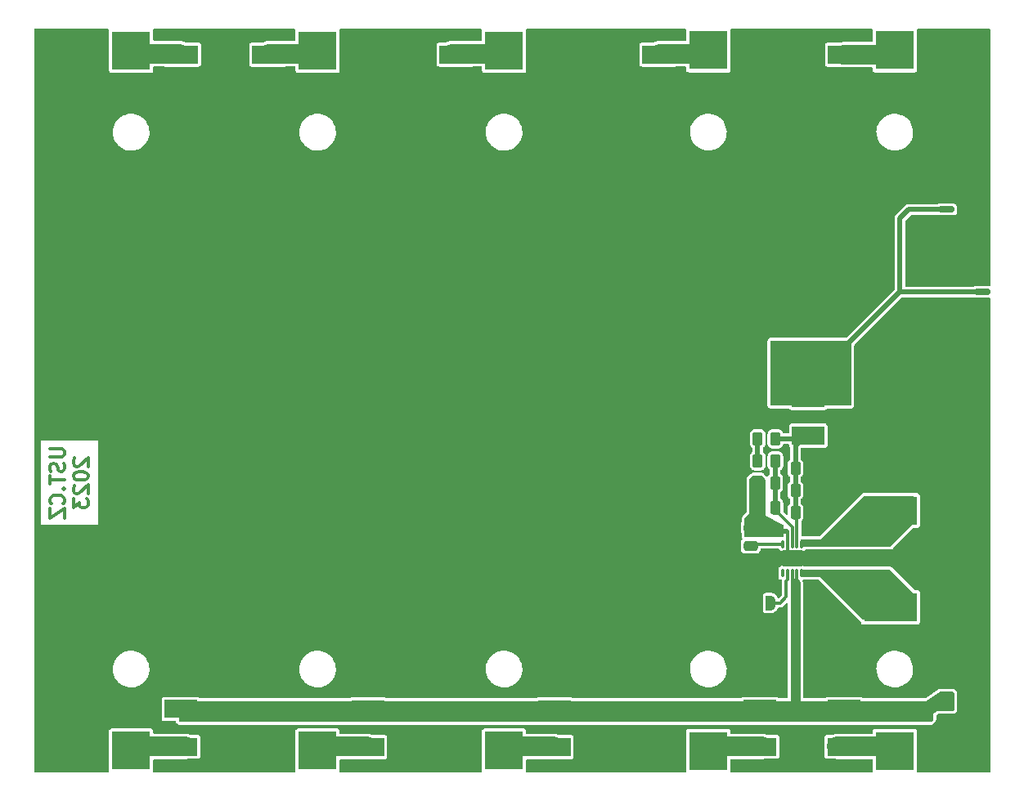
<source format=gbr>
%TF.GenerationSoftware,KiCad,Pcbnew,6.0.11+dfsg-1~bpo11+1*%
%TF.CreationDate,2023-03-28T16:11:37+00:00*%
%TF.ProjectId,UST5BATT18650V01,55535435-4241-4545-9431-383635305630,rev?*%
%TF.SameCoordinates,PX463f660PY87a6900*%
%TF.FileFunction,Copper,L2,Bot*%
%TF.FilePolarity,Positive*%
%FSLAX46Y46*%
G04 Gerber Fmt 4.6, Leading zero omitted, Abs format (unit mm)*
G04 Created by KiCad (PCBNEW 6.0.11+dfsg-1~bpo11+1) date 2023-03-28 16:11:37*
%MOMM*%
%LPD*%
G01*
G04 APERTURE LIST*
G04 Aperture macros list*
%AMRoundRect*
0 Rectangle with rounded corners*
0 $1 Rounding radius*
0 $2 $3 $4 $5 $6 $7 $8 $9 X,Y pos of 4 corners*
0 Add a 4 corners polygon primitive as box body*
4,1,4,$2,$3,$4,$5,$6,$7,$8,$9,$2,$3,0*
0 Add four circle primitives for the rounded corners*
1,1,$1+$1,$2,$3*
1,1,$1+$1,$4,$5*
1,1,$1+$1,$6,$7*
1,1,$1+$1,$8,$9*
0 Add four rect primitives between the rounded corners*
20,1,$1+$1,$2,$3,$4,$5,0*
20,1,$1+$1,$4,$5,$6,$7,0*
20,1,$1+$1,$6,$7,$8,$9,0*
20,1,$1+$1,$8,$9,$2,$3,0*%
%AMFreePoly0*
4,1,22,0.500000,-0.750000,0.000000,-0.750000,0.000000,-0.745033,-0.079941,-0.743568,-0.215256,-0.701293,-0.333266,-0.622738,-0.424486,-0.514219,-0.481581,-0.384460,-0.499164,-0.250000,-0.500000,-0.250000,-0.500000,0.250000,-0.499164,0.250000,-0.499963,0.256109,-0.478152,0.396186,-0.417904,0.524511,-0.324060,0.630769,-0.204165,0.706417,-0.067858,0.745374,0.000000,0.744959,0.000000,0.750000,
0.500000,0.750000,0.500000,-0.750000,0.500000,-0.750000,$1*%
%AMFreePoly1*
4,1,20,0.000000,0.744959,0.073905,0.744508,0.209726,0.703889,0.328688,0.626782,0.421226,0.519385,0.479903,0.390333,0.500000,0.250000,0.500000,-0.250000,0.499851,-0.262216,0.476331,-0.402017,0.414519,-0.529596,0.319384,-0.634700,0.198574,-0.708877,0.061801,-0.746166,0.000000,-0.745033,0.000000,-0.750000,-0.500000,-0.750000,-0.500000,0.750000,0.000000,0.750000,0.000000,0.744959,
0.000000,0.744959,$1*%
G04 Aperture macros list end*
%ADD10C,0.300000*%
%TA.AperFunction,NonConductor*%
%ADD11C,0.300000*%
%TD*%
%TA.AperFunction,ComponentPad*%
%ADD12R,4.000000X4.000000*%
%TD*%
%TA.AperFunction,SMDPad,CuDef*%
%ADD13R,3.400000X1.900000*%
%TD*%
%TA.AperFunction,SMDPad,CuDef*%
%ADD14RoundRect,0.250000X0.250000X0.475000X-0.250000X0.475000X-0.250000X-0.475000X0.250000X-0.475000X0*%
%TD*%
%TA.AperFunction,SMDPad,CuDef*%
%ADD15C,0.500000*%
%TD*%
%TA.AperFunction,SMDPad,CuDef*%
%ADD16RoundRect,0.150000X-0.700000X0.150000X-0.700000X-0.150000X0.700000X-0.150000X0.700000X0.150000X0*%
%TD*%
%TA.AperFunction,SMDPad,CuDef*%
%ADD17RoundRect,0.250000X-1.100000X0.250000X-1.100000X-0.250000X1.100000X-0.250000X1.100000X0.250000X0*%
%TD*%
%TA.AperFunction,SMDPad,CuDef*%
%ADD18RoundRect,0.250000X-0.262500X-0.450000X0.262500X-0.450000X0.262500X0.450000X-0.262500X0.450000X0*%
%TD*%
%TA.AperFunction,SMDPad,CuDef*%
%ADD19FreePoly0,0.000000*%
%TD*%
%TA.AperFunction,SMDPad,CuDef*%
%ADD20FreePoly1,0.000000*%
%TD*%
%TA.AperFunction,SMDPad,CuDef*%
%ADD21RoundRect,0.250000X-0.475000X0.250000X-0.475000X-0.250000X0.475000X-0.250000X0.475000X0.250000X0*%
%TD*%
%TA.AperFunction,SMDPad,CuDef*%
%ADD22R,5.500000X3.000000*%
%TD*%
%TA.AperFunction,SMDPad,CuDef*%
%ADD23RoundRect,0.250000X0.262500X0.450000X-0.262500X0.450000X-0.262500X-0.450000X0.262500X-0.450000X0*%
%TD*%
%TA.AperFunction,SMDPad,CuDef*%
%ADD24R,0.280000X0.280000*%
%TD*%
%TA.AperFunction,SMDPad,CuDef*%
%ADD25O,0.280000X0.850000*%
%TD*%
%TA.AperFunction,SMDPad,CuDef*%
%ADD26R,0.700000X0.250000*%
%TD*%
%TA.AperFunction,SMDPad,CuDef*%
%ADD27R,0.600000X0.230000*%
%TD*%
%TA.AperFunction,ComponentPad*%
%ADD28C,0.600000*%
%TD*%
%TA.AperFunction,SMDPad,CuDef*%
%ADD29R,2.150000X1.700000*%
%TD*%
%TA.AperFunction,SMDPad,CuDef*%
%ADD30R,0.900000X0.650000*%
%TD*%
%TA.AperFunction,SMDPad,CuDef*%
%ADD31RoundRect,0.150000X0.700000X-0.150000X0.700000X0.150000X-0.700000X0.150000X-0.700000X-0.150000X0*%
%TD*%
%TA.AperFunction,SMDPad,CuDef*%
%ADD32RoundRect,0.250000X1.100000X-0.250000X1.100000X0.250000X-1.100000X0.250000X-1.100000X-0.250000X0*%
%TD*%
%TA.AperFunction,ViaPad*%
%ADD33C,0.800000*%
%TD*%
%TA.AperFunction,Conductor*%
%ADD34C,0.300000*%
%TD*%
%TA.AperFunction,Conductor*%
%ADD35C,0.500000*%
%TD*%
%TA.AperFunction,Conductor*%
%ADD36C,1.000000*%
%TD*%
%TA.AperFunction,Conductor*%
%ADD37C,2.000000*%
%TD*%
G04 APERTURE END LIST*
D10*
D11*
X2162071Y34015715D02*
X3376357Y34015715D01*
X3519214Y33944286D01*
X3590642Y33872858D01*
X3662071Y33730000D01*
X3662071Y33444286D01*
X3590642Y33301429D01*
X3519214Y33230000D01*
X3376357Y33158572D01*
X2162071Y33158572D01*
X3590642Y32515715D02*
X3662071Y32301429D01*
X3662071Y31944286D01*
X3590642Y31801429D01*
X3519214Y31730000D01*
X3376357Y31658572D01*
X3233500Y31658572D01*
X3090642Y31730000D01*
X3019214Y31801429D01*
X2947785Y31944286D01*
X2876357Y32230000D01*
X2804928Y32372858D01*
X2733500Y32444286D01*
X2590642Y32515715D01*
X2447785Y32515715D01*
X2304928Y32444286D01*
X2233500Y32372858D01*
X2162071Y32230000D01*
X2162071Y31872858D01*
X2233500Y31658572D01*
X2162071Y31230000D02*
X2162071Y30372858D01*
X3662071Y30801429D02*
X2162071Y30801429D01*
X3519214Y29872858D02*
X3590642Y29801429D01*
X3662071Y29872858D01*
X3590642Y29944286D01*
X3519214Y29872858D01*
X3662071Y29872858D01*
X3519214Y28301429D02*
X3590642Y28372858D01*
X3662071Y28587143D01*
X3662071Y28730000D01*
X3590642Y28944286D01*
X3447785Y29087143D01*
X3304928Y29158572D01*
X3019214Y29230000D01*
X2804928Y29230000D01*
X2519214Y29158572D01*
X2376357Y29087143D01*
X2233500Y28944286D01*
X2162071Y28730000D01*
X2162071Y28587143D01*
X2233500Y28372858D01*
X2304928Y28301429D01*
X2162071Y27801429D02*
X2162071Y26801429D01*
X3662071Y27801429D01*
X3662071Y26801429D01*
X4719928Y33051429D02*
X4648500Y32980000D01*
X4577071Y32837143D01*
X4577071Y32480000D01*
X4648500Y32337143D01*
X4719928Y32265715D01*
X4862785Y32194286D01*
X5005642Y32194286D01*
X5219928Y32265715D01*
X6077071Y33122858D01*
X6077071Y32194286D01*
X4577071Y31265715D02*
X4577071Y31122858D01*
X4648500Y30980000D01*
X4719928Y30908572D01*
X4862785Y30837143D01*
X5148500Y30765715D01*
X5505642Y30765715D01*
X5791357Y30837143D01*
X5934214Y30908572D01*
X6005642Y30980000D01*
X6077071Y31122858D01*
X6077071Y31265715D01*
X6005642Y31408572D01*
X5934214Y31480000D01*
X5791357Y31551429D01*
X5505642Y31622858D01*
X5148500Y31622858D01*
X4862785Y31551429D01*
X4719928Y31480000D01*
X4648500Y31408572D01*
X4577071Y31265715D01*
X4719928Y30194286D02*
X4648500Y30122858D01*
X4577071Y29980000D01*
X4577071Y29622858D01*
X4648500Y29480000D01*
X4719928Y29408572D01*
X4862785Y29337143D01*
X5005642Y29337143D01*
X5219928Y29408572D01*
X6077071Y30265715D01*
X6077071Y29337143D01*
X4577071Y28837143D02*
X4577071Y27908572D01*
X5148500Y28408572D01*
X5148500Y28194286D01*
X5219928Y28051429D01*
X5291357Y27980000D01*
X5434214Y27908572D01*
X5791357Y27908572D01*
X5934214Y27980000D01*
X6005642Y28051429D01*
X6077071Y28194286D01*
X6077071Y28622858D01*
X6005642Y28765715D01*
X5934214Y28837143D01*
%TO.C,JP2*%
G36*
X78466000Y25192000D02*
G01*
X77466000Y25192000D01*
X77466000Y25692000D01*
X78466000Y25692000D01*
X78466000Y25192000D01*
G37*
%TD*%
D12*
%TO.P,BT2,1+,+*%
%TO.N,Net-(BT2-Pad1+)*%
X10545000Y2750000D03*
%TO.P,BT2,1-,-*%
%TO.N,Net-(BT2-Pad1-)*%
X10545000Y75250000D03*
%TO.P,BT2,2+,+*%
%TO.N,Net-(BT2-Pad2+)*%
X29845000Y2750000D03*
%TO.P,BT2,2-,-*%
%TO.N,Net-(BT2-Pad2-)*%
X29845000Y75250000D03*
%TO.P,BT2,3+,+*%
%TO.N,Net-(BT2-Pad3+)*%
X49145000Y2750000D03*
%TO.P,BT2,3-,-*%
%TO.N,Net-(BT2-Pad3-)*%
X49145000Y75250000D03*
%TD*%
%TO.P,BT1,1+,+*%
%TO.N,Net-(BT1-Pad1+)*%
X70300000Y2700000D03*
%TO.P,BT1,1-,-*%
%TO.N,Net-(BT1-Pad1-)*%
X70300000Y75300000D03*
%TO.P,BT1,2+,+*%
%TO.N,Net-(BT1-Pad2+)*%
X89600000Y2700000D03*
%TO.P,BT1,2-,-*%
%TO.N,Net-(BT1-Pad2-)*%
X89600000Y75300000D03*
%TD*%
D13*
%TO.P,F2,1*%
%TO.N,Net-(BT1-Pad1-)*%
X65166000Y74848000D03*
%TO.P,F2,2*%
%TO.N,GND*%
X65166000Y70948000D03*
%TD*%
D14*
%TO.P,C5,1*%
%TO.N,GND*%
X81214000Y27432000D03*
%TO.P,C5,2*%
%TO.N,Net-(C5-Pad2)*%
X79314000Y27432000D03*
%TD*%
D15*
%TO.P,JP2,1,A*%
%TO.N,GND*%
X78466000Y25442000D03*
%TO.P,JP2,2,B*%
%TO.N,GND1*%
X77466000Y25442000D03*
%TD*%
D13*
%TO.P,F7,1*%
%TO.N,Net-(C1-Pad2)*%
X35052000Y7030000D03*
%TO.P,F7,2*%
%TO.N,Net-(BT2-Pad2+)*%
X35052000Y3130000D03*
%TD*%
D14*
%TO.P,C2,1*%
%TO.N,GND*%
X81214000Y18034000D03*
%TO.P,C2,2*%
%TO.N,Net-(C1-Pad2)*%
X79314000Y18034000D03*
%TD*%
D16*
%TO.P,J2,1*%
%TO.N,GND*%
X94924000Y60051000D03*
%TO.P,J2,2*%
%TO.N,VDD*%
X94924000Y58801000D03*
%TO.P,J2,3*%
%TO.N,GND*%
X94924000Y57551000D03*
D17*
%TO.P,J2,MP*%
X98124000Y61901000D03*
X98124000Y55701000D03*
%TD*%
D13*
%TO.P,F4,1*%
%TO.N,Net-(BT1-Pad2-)*%
X84366000Y74848000D03*
%TO.P,F4,2*%
%TO.N,GND*%
X84366000Y70948000D03*
%TD*%
%TO.P,F8,1*%
%TO.N,Net-(BT2-Pad2-)*%
X24766000Y74848000D03*
%TO.P,F8,2*%
%TO.N,GND*%
X24766000Y70948000D03*
%TD*%
D18*
%TO.P,R3,1*%
%TO.N,GND1*%
X75391000Y30480000D03*
%TO.P,R3,2*%
%TO.N,Net-(C4-Pad1)*%
X77216000Y30480000D03*
%TD*%
D13*
%TO.P,F6,1*%
%TO.N,Net-(BT2-Pad1-)*%
X15766000Y74848000D03*
%TO.P,F6,2*%
%TO.N,GND*%
X15766000Y70948000D03*
%TD*%
D14*
%TO.P,C4,1*%
%TO.N,Net-(C4-Pad1)*%
X77253500Y27940000D03*
%TO.P,C4,2*%
%TO.N,GND1*%
X75353500Y27940000D03*
%TD*%
D13*
%TO.P,F9,1*%
%TO.N,Net-(C1-Pad2)*%
X54356000Y7030000D03*
%TO.P,F9,2*%
%TO.N,Net-(BT2-Pad3+)*%
X54356000Y3130000D03*
%TD*%
D18*
%TO.P,R1,1*%
%TO.N,Net-(R1-Pad1)*%
X75414500Y35052000D03*
%TO.P,R1,2*%
%TO.N,Net-(C5-Pad2)*%
X77239500Y35052000D03*
%TD*%
D14*
%TO.P,C7,1*%
%TO.N,GND*%
X81214000Y32004000D03*
%TO.P,C7,2*%
%TO.N,Net-(C5-Pad2)*%
X79314000Y32004000D03*
%TD*%
D13*
%TO.P,F10,1*%
%TO.N,Net-(BT2-Pad3-)*%
X44166000Y74848000D03*
%TO.P,F10,2*%
%TO.N,GND*%
X44166000Y70948000D03*
%TD*%
D19*
%TO.P,JP1,1,A*%
%TO.N,GND*%
X75438000Y18034000D03*
D20*
%TO.P,JP1,2,B*%
%TO.N,Net-(JP1-Pad2)*%
X76738000Y18034000D03*
%TD*%
D21*
%TO.P,C3,1*%
%TO.N,GND1*%
X74676000Y25842000D03*
%TO.P,C3,2*%
%TO.N,Net-(C3-Pad2)*%
X74676000Y23942000D03*
%TD*%
D22*
%TO.P,L1,1*%
%TO.N,Net-(L1-Pad1)*%
X89154000Y17606000D03*
%TO.P,L1,2*%
%TO.N,Net-(L1-Pad2)*%
X89154000Y27606000D03*
%TD*%
D14*
%TO.P,C6,1*%
%TO.N,GND*%
X81214000Y29718000D03*
%TO.P,C6,2*%
%TO.N,Net-(C5-Pad2)*%
X79314000Y29718000D03*
%TD*%
D13*
%TO.P,F3,1*%
%TO.N,Net-(C1-Pad2)*%
X84350000Y7050000D03*
%TO.P,F3,2*%
%TO.N,Net-(BT1-Pad2+)*%
X84350000Y3150000D03*
%TD*%
D14*
%TO.P,C1,1*%
%TO.N,GND*%
X81214000Y15494000D03*
%TO.P,C1,2*%
%TO.N,Net-(C1-Pad2)*%
X79314000Y15494000D03*
%TD*%
D23*
%TO.P,R2,1*%
%TO.N,Net-(C4-Pad1)*%
X77239500Y32766000D03*
%TO.P,R2,2*%
%TO.N,Net-(R1-Pad1)*%
X75414500Y32766000D03*
%TD*%
D24*
%TO.P,X1,1,L1*%
%TO.N,Net-(L1-Pad1)*%
X79978000Y20895000D03*
D25*
X79978000Y21180000D03*
D24*
%TO.P,X1,2,VIN*%
%TO.N,Net-(C1-Pad2)*%
X79478000Y20895000D03*
D25*
X79478000Y21180000D03*
D24*
%TO.P,X1,3,EN*%
X78978000Y20895000D03*
D25*
X78978000Y21180000D03*
%TO.P,X1,4,PS/SYNC*%
%TO.N,Net-(JP1-Pad2)*%
X78478000Y21180000D03*
D24*
X78478000Y20895000D03*
%TO.P,X1,5,PG*%
%TO.N,unconnected-(X1-Pad5)*%
X77978000Y20895000D03*
D25*
X77978000Y21180000D03*
%TO.P,X1,6,VAUX*%
%TO.N,Net-(C3-Pad2)*%
X77978000Y24130000D03*
D24*
X77978000Y24415000D03*
D25*
%TO.P,X1,7,GND*%
%TO.N,GND*%
X78478000Y24130000D03*
D24*
X78478000Y24415000D03*
D25*
%TO.P,X1,8,FB*%
%TO.N,Net-(C4-Pad1)*%
X78978000Y24130000D03*
D24*
X78978000Y24415000D03*
D25*
%TO.P,X1,9,VOUT*%
%TO.N,Net-(C5-Pad2)*%
X79478000Y24130000D03*
D24*
X79478000Y24415000D03*
%TO.P,X1,10,L2*%
%TO.N,Net-(L1-Pad2)*%
X79978000Y24415000D03*
D25*
X79978000Y24130000D03*
D26*
%TO.P,X1,11,PGND*%
%TO.N,GND*%
X77553000Y22055000D03*
X77553000Y23255000D03*
D27*
X77553000Y22055000D03*
D28*
X78978000Y22655000D03*
D26*
X80403000Y22055000D03*
D29*
X78978000Y22655000D03*
D30*
X79538000Y23090000D03*
D26*
X80403000Y22855000D03*
D27*
X77553000Y22455000D03*
X80403000Y22855000D03*
D28*
X79478000Y23155000D03*
D26*
X77553000Y22855000D03*
X80403000Y23255000D03*
D28*
X78478000Y22155000D03*
D27*
X77553000Y22855000D03*
D26*
X80403000Y22455000D03*
D28*
X79478000Y22155000D03*
D30*
X78418000Y22220000D03*
D27*
X80403000Y22055000D03*
D28*
X78478000Y23155000D03*
D30*
X79538000Y22220000D03*
X78418000Y23090000D03*
D26*
X77553000Y22455000D03*
D27*
X80403000Y23255000D03*
X77553000Y23255000D03*
X80403000Y22455000D03*
%TD*%
D16*
%TO.P,J1,1*%
%TO.N,GND*%
X94924000Y9749000D03*
%TO.P,J1,2*%
%TO.N,Net-(C1-Pad2)*%
X94924000Y8499000D03*
%TO.P,J1,3*%
X94924000Y7249000D03*
%TO.P,J1,4*%
%TO.N,GND*%
X94924000Y5999000D03*
D17*
%TO.P,J1,MP*%
X98124000Y11599000D03*
X98124000Y4149000D03*
%TD*%
D31*
%TO.P,J3,1*%
%TO.N,GND*%
X98624000Y48990000D03*
%TO.P,J3,2*%
%TO.N,VDD*%
X98624000Y50240000D03*
%TO.P,J3,3*%
%TO.N,GND*%
X98624000Y51490000D03*
D32*
%TO.P,J3,MP*%
X95424000Y47140000D03*
X95424000Y53340000D03*
%TD*%
D13*
%TO.P,F5,1*%
%TO.N,Net-(C1-Pad2)*%
X15700000Y7050000D03*
%TO.P,F5,2*%
%TO.N,Net-(BT2-Pad1+)*%
X15700000Y3150000D03*
%TD*%
%TO.P,F1,1*%
%TO.N,Net-(C1-Pad2)*%
X75650000Y7050000D03*
%TO.P,F1,2*%
%TO.N,Net-(BT1-Pad1+)*%
X75650000Y3150000D03*
%TD*%
%TO.P,F11,1*%
%TO.N,Net-(C5-Pad2)*%
X80645000Y35388000D03*
%TO.P,F11,2*%
%TO.N,VDD*%
X80645000Y39288000D03*
%TD*%
D33*
%TO.N,GND*%
X83566000Y22225000D03*
X28725090Y71628000D03*
X27305000Y70358000D03*
X85471000Y23114000D03*
X87733905Y42164000D03*
X44692455Y13716000D03*
X56919090Y13716000D03*
X73533000Y21844000D03*
X84455000Y28448000D03*
X87376000Y23114000D03*
X89858265Y71628000D03*
X34751820Y42164000D03*
X76390500Y22733000D03*
X95885005Y42164000D03*
X83947000Y17526000D03*
X16163640Y13716000D03*
X18449640Y42164000D03*
X61329450Y71628000D03*
X82613500Y22225000D03*
X78359000Y33909000D03*
X87376000Y22225000D03*
X73914000Y33020000D03*
X88328500Y23114000D03*
X51054000Y42164000D03*
X83185000Y18288000D03*
X74168000Y1143000D03*
X23495000Y2032000D03*
X74485500Y20955000D03*
X71431725Y42164000D03*
X80518000Y19812000D03*
X32465820Y13716000D03*
X74485500Y21844000D03*
X81788000Y33655000D03*
X63436500Y2032000D03*
X83693000Y27686000D03*
X20574000Y2032000D03*
X81407000Y25400000D03*
X89523450Y13716000D03*
X81661000Y23114000D03*
X76390500Y20955000D03*
X44704000Y2032000D03*
X97674550Y13716000D03*
X94869000Y52070000D03*
X83566000Y15494000D03*
X12088095Y13716000D03*
X82550000Y17526000D03*
X89281000Y22225000D03*
X82677000Y27813000D03*
X73914000Y35052000D03*
X80391000Y25400000D03*
X90233500Y22225000D03*
X75507270Y42164000D03*
X83693000Y30861000D03*
X73221270Y13716000D03*
X86423500Y22225000D03*
X97028000Y57023000D03*
X55129545Y42164000D03*
X73914000Y34036000D03*
X66802000Y2032000D03*
X82550000Y16510000D03*
X82677000Y32893000D03*
X49102815Y71628000D03*
X82169000Y26162000D03*
X8012550Y13716000D03*
X80899000Y71628000D03*
X81534000Y19812000D03*
X69145725Y13716000D03*
X73914000Y32004000D03*
X83566000Y23114000D03*
X30676275Y42164000D03*
X83566000Y16510000D03*
X94869000Y48387000D03*
X42902910Y42164000D03*
X53178360Y71628000D03*
X73533000Y22733000D03*
X84518500Y22225000D03*
X84709000Y16764000D03*
X84518500Y23114000D03*
X82931000Y26924000D03*
X40616910Y13716000D03*
X82677000Y29845000D03*
X85471000Y22225000D03*
X73787000Y29972000D03*
X98679000Y60579000D03*
X26416000Y2032000D03*
X96520000Y2032000D03*
X41846500Y2032000D03*
X53340000Y1270000D03*
X63280635Y42164000D03*
X75438000Y22733000D03*
X94166000Y13716000D03*
X93933820Y71628000D03*
X36876180Y71628000D03*
X75438000Y20955000D03*
X98679000Y57023000D03*
X88266000Y71642000D03*
X91809450Y42164000D03*
X77851000Y1143000D03*
X36541365Y13716000D03*
X83693000Y29845000D03*
X10298550Y42164000D03*
X90233500Y23114000D03*
X52843545Y13716000D03*
X59205090Y42164000D03*
X17653000Y1270000D03*
X82677000Y30861000D03*
X75438000Y21844000D03*
X73556085Y71628000D03*
X46978455Y42164000D03*
X81661000Y22225000D03*
X65070180Y13716000D03*
X20574000Y71628000D03*
X60994635Y13716000D03*
X60071000Y2032000D03*
X14374095Y42164000D03*
X82677000Y28829000D03*
X82550000Y15494000D03*
X57253905Y71628000D03*
X61976000Y69469000D03*
X85447905Y13716000D03*
X96266000Y52070000D03*
X14859000Y1270000D03*
X48768000Y13716000D03*
X36195000Y1270000D03*
X86423500Y23114000D03*
X83693000Y31877000D03*
X40513000Y71628000D03*
X32800635Y71628000D03*
X24314730Y13716000D03*
X77296815Y13716000D03*
X20239185Y13716000D03*
X33274000Y1270000D03*
X69480540Y71628000D03*
X18923000Y70358000D03*
X56642000Y1270000D03*
X96266000Y48387000D03*
X82423000Y19050000D03*
X6223005Y42164000D03*
X93218000Y2032000D03*
X80645000Y33655000D03*
X73787000Y27940000D03*
X38989000Y2032000D03*
X38827365Y42164000D03*
X22525185Y42164000D03*
X82613500Y23114000D03*
X97028000Y60579000D03*
X81372360Y13716000D03*
X26600730Y42164000D03*
X46866000Y71642000D03*
X81661000Y1143000D03*
X76390500Y21844000D03*
X89281000Y23114000D03*
X4271820Y71628000D03*
X67356180Y42164000D03*
X73533000Y20955000D03*
X28390275Y13716000D03*
X88328500Y22225000D03*
X83693000Y32893000D03*
X73787000Y28956000D03*
X85344000Y1143000D03*
X77631630Y71628000D03*
X8347365Y71628000D03*
X83693000Y28829000D03*
X82677000Y31877000D03*
X74485500Y22733000D03*
X73787000Y30988000D03*
X12422910Y71628000D03*
%TD*%
D34*
%TO.N,GND*%
X76224000Y22455000D02*
X76200000Y22479000D01*
X81520000Y23255000D02*
X81661000Y23114000D01*
X81402000Y22855000D02*
X81661000Y23114000D01*
X78478000Y24130000D02*
X78478000Y23155000D01*
X80403000Y23255000D02*
X81520000Y23255000D01*
X76200000Y22860000D02*
X76200000Y23241000D01*
X77553000Y22455000D02*
X76224000Y22455000D01*
X81491000Y22055000D02*
X81661000Y22225000D01*
X76205000Y22855000D02*
X76200000Y22860000D01*
X77553000Y22855000D02*
X76205000Y22855000D01*
X78478000Y24415000D02*
X78478000Y25430000D01*
X80403000Y22055000D02*
X81491000Y22055000D01*
X77553000Y22055000D02*
X76243000Y22055000D01*
X80403000Y22855000D02*
X81402000Y22855000D01*
X76200000Y22098000D02*
X76243000Y22055000D01*
X76200000Y22098000D02*
X76200000Y22479000D01*
X80403000Y22455000D02*
X81431000Y22455000D01*
X76214000Y23255000D02*
X76200000Y23241000D01*
X81431000Y22455000D02*
X81661000Y22225000D01*
X77553000Y23255000D02*
X76214000Y23255000D01*
X76200000Y22479000D02*
X76200000Y22860000D01*
%TO.N,Net-(C3-Pad2)*%
X74864000Y24130000D02*
X74676000Y23942000D01*
X77978000Y24130000D02*
X74864000Y24130000D01*
%TO.N,Net-(C4-Pad1)*%
X78978000Y25930000D02*
X77253500Y27654500D01*
D35*
X77216000Y27977500D02*
X77253500Y27940000D01*
X77216000Y30480000D02*
X77216000Y32742500D01*
D34*
X77253500Y27654500D02*
X77253500Y27940000D01*
D35*
X77216000Y30480000D02*
X77216000Y27977500D01*
X77216000Y32742500D02*
X77239500Y32766000D01*
D34*
X78978000Y24130000D02*
X78978000Y25930000D01*
D35*
%TO.N,Net-(C5-Pad2)*%
X80309000Y35052000D02*
X80645000Y35388000D01*
D34*
X79478000Y24130000D02*
X79478000Y27268000D01*
D35*
X79314000Y29718000D02*
X79314000Y27432000D01*
X78994000Y35052000D02*
X80309000Y35052000D01*
X80092000Y35388000D02*
X79375000Y34671000D01*
X80645000Y35388000D02*
X80092000Y35388000D01*
X79314000Y34732000D02*
X78994000Y35052000D01*
X80645000Y35388000D02*
X80346000Y35388000D01*
X79314000Y34356000D02*
X79314000Y34732000D01*
X77239500Y35052000D02*
X78994000Y35052000D01*
X79314000Y32004000D02*
X79314000Y29718000D01*
X80346000Y35388000D02*
X79314000Y34356000D01*
X79314000Y34356000D02*
X79314000Y32004000D01*
D34*
X79478000Y27268000D02*
X79314000Y27432000D01*
%TO.N,Net-(JP1-Pad2)*%
X76738000Y18034000D02*
X77724000Y18034000D01*
X78478000Y20454000D02*
X78478000Y20895000D01*
X78366000Y18676000D02*
X78366000Y20342000D01*
X78366000Y20342000D02*
X78478000Y20454000D01*
X77724000Y18034000D02*
X78366000Y18676000D01*
D36*
%TO.N,Net-(BT1-Pad1+)*%
X75946000Y3130000D02*
X75901000Y3175000D01*
X70775000Y3175000D02*
X70300000Y2700000D01*
D37*
X75901000Y3175000D02*
X70775000Y3175000D01*
D36*
%TO.N,Net-(BT1-Pad2+)*%
X89125000Y3175000D02*
X89600000Y2700000D01*
X83566000Y3130000D02*
X83611000Y3175000D01*
D37*
X83611000Y3175000D02*
X89125000Y3175000D01*
D36*
%TO.N,Net-(BT2-Pad1+)*%
X10970000Y3175000D02*
X10545000Y2750000D01*
X16256000Y3130000D02*
X16211000Y3175000D01*
D37*
X16211000Y3175000D02*
X10970000Y3175000D01*
D36*
%TO.N,Net-(BT2-Pad2+)*%
X35052000Y3130000D02*
X35007000Y3175000D01*
D37*
X35007000Y3175000D02*
X30270000Y3175000D01*
D36*
X30270000Y3175000D02*
X29845000Y2750000D01*
%TO.N,Net-(BT2-Pad3+)*%
X49570000Y3175000D02*
X49145000Y2750000D01*
D37*
X54311000Y3175000D02*
X49570000Y3175000D01*
D36*
X54356000Y3130000D02*
X54311000Y3175000D01*
%TO.N,Net-(C1-Pad2)*%
X79314000Y15494000D02*
X79314000Y20042000D01*
D34*
X78978000Y21180000D02*
X78978000Y18370000D01*
X79478000Y18198000D02*
X79314000Y18034000D01*
X79478000Y21180000D02*
X79478000Y18198000D01*
D36*
X79326500Y15481500D02*
X79314000Y15494000D01*
D34*
X78978000Y18370000D02*
X79314000Y18034000D01*
D36*
X79326500Y6302500D02*
X79326500Y15481500D01*
D35*
%TO.N,VDD*%
X90118000Y57860000D02*
X91059000Y58801000D01*
X91059000Y58801000D02*
X94924000Y58801000D01*
X90118000Y50240000D02*
X98624000Y50240000D01*
X90118000Y50240000D02*
X90118000Y57860000D01*
X83947000Y44069000D02*
X90118000Y50240000D01*
%TO.N,Net-(R1-Pad1)*%
X75414500Y32766000D02*
X75414500Y35052000D01*
D36*
%TO.N,Net-(BT1-Pad1-)*%
X65222000Y75300000D02*
X64770000Y74848000D01*
D37*
X70300000Y74942000D02*
X65222000Y74942000D01*
%TO.N,Net-(BT1-Pad2-)*%
X89600000Y74842000D02*
X84272000Y74842000D01*
D36*
X84272000Y75300000D02*
X83820000Y74848000D01*
%TO.N,Net-(BT2-Pad1-)*%
X15600000Y75250000D02*
X16002000Y74848000D01*
D37*
X10538500Y74942000D02*
X15593500Y74942000D01*
%TO.N,Net-(BT2-Pad2-)*%
X29845000Y74942000D02*
X24786000Y74942000D01*
D36*
X24786000Y75250000D02*
X24384000Y74848000D01*
D37*
%TO.N,Net-(BT2-Pad3-)*%
X49145000Y74942000D02*
X43709000Y74942000D01*
%TD*%
%TA.AperFunction,Conductor*%
%TO.N,GND*%
G36*
X8232886Y77480593D02*
G01*
X8268850Y77431093D01*
X8268850Y77369907D01*
X8265241Y77360470D01*
X8258245Y77344646D01*
X8247494Y77320327D01*
X8244500Y77294646D01*
X8244500Y73205354D01*
X8247618Y73179154D01*
X8293061Y73076847D01*
X8372287Y72997759D01*
X8380645Y72994064D01*
X8467864Y72955504D01*
X8467866Y72955504D01*
X8474673Y72952494D01*
X8482067Y72951632D01*
X8497378Y72949847D01*
X8500354Y72949500D01*
X12589646Y72949500D01*
X12607561Y72951632D01*
X12608469Y72951740D01*
X12608470Y72951740D01*
X12615846Y72952618D01*
X12718153Y72998061D01*
X12797241Y73077287D01*
X12810116Y73106409D01*
X12839496Y73172864D01*
X12839496Y73172866D01*
X12842506Y73179673D01*
X12845500Y73205354D01*
X12845500Y73542500D01*
X12864407Y73600691D01*
X12913907Y73636655D01*
X12944500Y73641500D01*
X13882012Y73641500D01*
X13922043Y73633046D01*
X13945687Y73622593D01*
X13995673Y73600494D01*
X14003064Y73599632D01*
X14003065Y73599632D01*
X14018506Y73597832D01*
X14021354Y73597500D01*
X17510646Y73597500D01*
X17528561Y73599632D01*
X17529469Y73599740D01*
X17529470Y73599740D01*
X17536846Y73600618D01*
X17639153Y73646061D01*
X17718241Y73725287D01*
X17763506Y73827673D01*
X17766500Y73853354D01*
X17766500Y75842646D01*
X17763382Y75868846D01*
X17717939Y75971153D01*
X17638713Y76050241D01*
X17609591Y76063116D01*
X17543136Y76092496D01*
X17543134Y76092496D01*
X17536327Y76095506D01*
X17522322Y76097139D01*
X17513494Y76098168D01*
X17513493Y76098168D01*
X17510646Y76098500D01*
X16212570Y76098500D01*
X16170731Y76107776D01*
X16043916Y76166911D01*
X16043917Y76166911D01*
X16039996Y76168739D01*
X15950937Y76192602D01*
X15824369Y76226516D01*
X15824367Y76226516D01*
X15820192Y76227635D01*
X15775705Y76231527D01*
X15652450Y76242311D01*
X15652439Y76242311D01*
X15650284Y76242500D01*
X12944500Y76242500D01*
X12886309Y76261407D01*
X12850345Y76310907D01*
X12845500Y76341500D01*
X12845500Y77294646D01*
X12842382Y77320846D01*
X12824852Y77360312D01*
X12818509Y77421168D01*
X12849149Y77474129D01*
X12905066Y77498967D01*
X12915328Y77499500D01*
X27474695Y77499500D01*
X27532886Y77480593D01*
X27568850Y77431093D01*
X27568850Y77369907D01*
X27565241Y77360470D01*
X27558245Y77344646D01*
X27547494Y77320327D01*
X27544500Y77294646D01*
X27544500Y76341500D01*
X27525593Y76283309D01*
X27476093Y76247345D01*
X27445500Y76242500D01*
X24729216Y76242500D01*
X24727061Y76242311D01*
X24727050Y76242311D01*
X24603795Y76231527D01*
X24559308Y76227635D01*
X24555133Y76226516D01*
X24555131Y76226516D01*
X24428563Y76192602D01*
X24339504Y76168739D01*
X24335583Y76166911D01*
X24335584Y76166911D01*
X24208769Y76107776D01*
X24166930Y76098500D01*
X23021354Y76098500D01*
X23004951Y76096548D01*
X23002531Y76096260D01*
X23002530Y76096260D01*
X22995154Y76095382D01*
X22892847Y76049939D01*
X22813759Y75970713D01*
X22768494Y75868327D01*
X22765500Y75842646D01*
X22765500Y73853354D01*
X22768618Y73827154D01*
X22814061Y73724847D01*
X22893287Y73645759D01*
X22901645Y73642064D01*
X22988864Y73603504D01*
X22988866Y73603504D01*
X22995673Y73600494D01*
X23003067Y73599632D01*
X23018378Y73597847D01*
X23021354Y73597500D01*
X26510646Y73597500D01*
X26528561Y73599632D01*
X26529469Y73599740D01*
X26529470Y73599740D01*
X26536846Y73600618D01*
X26609694Y73632976D01*
X26649883Y73641500D01*
X27445500Y73641500D01*
X27503691Y73622593D01*
X27539655Y73573093D01*
X27544500Y73542500D01*
X27544500Y73205354D01*
X27547618Y73179154D01*
X27593061Y73076847D01*
X27672287Y72997759D01*
X27680645Y72994064D01*
X27767864Y72955504D01*
X27767866Y72955504D01*
X27774673Y72952494D01*
X27782067Y72951632D01*
X27797378Y72949847D01*
X27800354Y72949500D01*
X31889646Y72949500D01*
X31907561Y72951632D01*
X31908469Y72951740D01*
X31908470Y72951740D01*
X31915846Y72952618D01*
X32018153Y72998061D01*
X32097241Y73077287D01*
X32110116Y73106409D01*
X32139496Y73172864D01*
X32139496Y73172866D01*
X32142506Y73179673D01*
X32145500Y73205354D01*
X32145500Y77294646D01*
X32142382Y77320846D01*
X32124852Y77360312D01*
X32118509Y77421168D01*
X32149149Y77474129D01*
X32205066Y77498967D01*
X32215328Y77499500D01*
X46774695Y77499500D01*
X46832886Y77480593D01*
X46868850Y77431093D01*
X46868850Y77369907D01*
X46865241Y77360470D01*
X46858245Y77344646D01*
X46847494Y77320327D01*
X46844500Y77294646D01*
X46844500Y76341500D01*
X46825593Y76283309D01*
X46776093Y76247345D01*
X46745500Y76242500D01*
X43652216Y76242500D01*
X43650061Y76242311D01*
X43650050Y76242311D01*
X43526795Y76231527D01*
X43482308Y76227635D01*
X43478133Y76226516D01*
X43478131Y76226516D01*
X43351563Y76192602D01*
X43262504Y76168739D01*
X43258583Y76166911D01*
X43258584Y76166911D01*
X43131769Y76107776D01*
X43089930Y76098500D01*
X42421354Y76098500D01*
X42404951Y76096548D01*
X42402531Y76096260D01*
X42402530Y76096260D01*
X42395154Y76095382D01*
X42292847Y76049939D01*
X42213759Y75970713D01*
X42168494Y75868327D01*
X42165500Y75842646D01*
X42165500Y73853354D01*
X42168618Y73827154D01*
X42214061Y73724847D01*
X42293287Y73645759D01*
X42301645Y73642064D01*
X42388864Y73603504D01*
X42388866Y73603504D01*
X42395673Y73600494D01*
X42403067Y73599632D01*
X42418378Y73597847D01*
X42421354Y73597500D01*
X45910646Y73597500D01*
X45928561Y73599632D01*
X45929469Y73599740D01*
X45929470Y73599740D01*
X45936846Y73600618D01*
X46009694Y73632976D01*
X46049883Y73641500D01*
X46745500Y73641500D01*
X46803691Y73622593D01*
X46839655Y73573093D01*
X46844500Y73542500D01*
X46844500Y73205354D01*
X46847618Y73179154D01*
X46893061Y73076847D01*
X46972287Y72997759D01*
X46980645Y72994064D01*
X47067864Y72955504D01*
X47067866Y72955504D01*
X47074673Y72952494D01*
X47082067Y72951632D01*
X47097378Y72949847D01*
X47100354Y72949500D01*
X51189646Y72949500D01*
X51207561Y72951632D01*
X51208469Y72951740D01*
X51208470Y72951740D01*
X51215846Y72952618D01*
X51318153Y72998061D01*
X51397241Y73077287D01*
X51410116Y73106409D01*
X51439496Y73172864D01*
X51439496Y73172866D01*
X51442506Y73179673D01*
X51445500Y73205354D01*
X51445500Y77294646D01*
X51442382Y77320846D01*
X51424852Y77360312D01*
X51418509Y77421168D01*
X51449149Y77474129D01*
X51505066Y77498967D01*
X51515328Y77499500D01*
X67909261Y77499500D01*
X67967452Y77480593D01*
X68003416Y77431093D01*
X68004752Y77375434D01*
X68002494Y77370327D01*
X68001632Y77362931D01*
X68001631Y77362928D01*
X68001326Y77360312D01*
X67999500Y77344646D01*
X67999500Y76341500D01*
X67980593Y76283309D01*
X67931093Y76247345D01*
X67900500Y76242500D01*
X65165216Y76242500D01*
X65163061Y76242311D01*
X65163050Y76242311D01*
X65039795Y76231527D01*
X64995308Y76227635D01*
X64991133Y76226516D01*
X64991131Y76226516D01*
X64864563Y76192602D01*
X64775504Y76168739D01*
X64771583Y76166911D01*
X64771584Y76166911D01*
X64644769Y76107776D01*
X64602930Y76098500D01*
X63421354Y76098500D01*
X63404951Y76096548D01*
X63402531Y76096260D01*
X63402530Y76096260D01*
X63395154Y76095382D01*
X63292847Y76049939D01*
X63213759Y75970713D01*
X63168494Y75868327D01*
X63165500Y75842646D01*
X63165500Y73853354D01*
X63168618Y73827154D01*
X63214061Y73724847D01*
X63293287Y73645759D01*
X63301645Y73642064D01*
X63388864Y73603504D01*
X63388866Y73603504D01*
X63395673Y73600494D01*
X63403067Y73599632D01*
X63418378Y73597847D01*
X63421354Y73597500D01*
X66910646Y73597500D01*
X66928561Y73599632D01*
X66929469Y73599740D01*
X66929470Y73599740D01*
X66936846Y73600618D01*
X67009694Y73632976D01*
X67049883Y73641500D01*
X67900500Y73641500D01*
X67958691Y73622593D01*
X67994655Y73573093D01*
X67999500Y73542500D01*
X67999500Y73255354D01*
X68002618Y73229154D01*
X68048061Y73126847D01*
X68127287Y73047759D01*
X68135645Y73044064D01*
X68222864Y73005504D01*
X68222866Y73005504D01*
X68229673Y73002494D01*
X68237067Y73001632D01*
X68252378Y72999847D01*
X68255354Y72999500D01*
X72344646Y72999500D01*
X72362561Y73001632D01*
X72363469Y73001740D01*
X72363470Y73001740D01*
X72370846Y73002618D01*
X72473153Y73048061D01*
X72552241Y73127287D01*
X72572391Y73172864D01*
X72594496Y73222864D01*
X72594496Y73222866D01*
X72597506Y73229673D01*
X72600500Y73255354D01*
X72600500Y77344646D01*
X72597382Y77370846D01*
X72595347Y77375428D01*
X72598102Y77435383D01*
X72636301Y77483180D01*
X72690753Y77499500D01*
X87209261Y77499500D01*
X87267452Y77480593D01*
X87303416Y77431093D01*
X87304752Y77375434D01*
X87302494Y77370327D01*
X87301632Y77362931D01*
X87301631Y77362928D01*
X87301326Y77360312D01*
X87299500Y77344646D01*
X87299500Y76241500D01*
X87280593Y76183309D01*
X87231093Y76147345D01*
X87200500Y76142500D01*
X84215216Y76142500D01*
X84213061Y76142311D01*
X84213050Y76142311D01*
X84089795Y76131527D01*
X84045308Y76127635D01*
X84041133Y76126516D01*
X84041131Y76126516D01*
X83949162Y76101873D01*
X83923539Y76098500D01*
X82621354Y76098500D01*
X82604951Y76096548D01*
X82602531Y76096260D01*
X82602530Y76096260D01*
X82595154Y76095382D01*
X82492847Y76049939D01*
X82413759Y75970713D01*
X82368494Y75868327D01*
X82365500Y75842646D01*
X82365500Y73853354D01*
X82368618Y73827154D01*
X82414061Y73724847D01*
X82493287Y73645759D01*
X82501645Y73642064D01*
X82588864Y73603504D01*
X82588866Y73603504D01*
X82595673Y73600494D01*
X82603067Y73599632D01*
X82618378Y73597847D01*
X82621354Y73597500D01*
X83878754Y73597500D01*
X83904377Y73594127D01*
X84041131Y73557484D01*
X84041133Y73557484D01*
X84045308Y73556365D01*
X84089795Y73552473D01*
X84213050Y73541689D01*
X84213061Y73541689D01*
X84215216Y73541500D01*
X87200500Y73541500D01*
X87258691Y73522593D01*
X87294655Y73473093D01*
X87299500Y73442500D01*
X87299500Y73255354D01*
X87302618Y73229154D01*
X87348061Y73126847D01*
X87427287Y73047759D01*
X87435645Y73044064D01*
X87522864Y73005504D01*
X87522866Y73005504D01*
X87529673Y73002494D01*
X87537067Y73001632D01*
X87552378Y72999847D01*
X87555354Y72999500D01*
X91644646Y72999500D01*
X91662561Y73001632D01*
X91663469Y73001740D01*
X91663470Y73001740D01*
X91670846Y73002618D01*
X91773153Y73048061D01*
X91852241Y73127287D01*
X91872391Y73172864D01*
X91894496Y73222864D01*
X91894496Y73222866D01*
X91897506Y73229673D01*
X91900500Y73255354D01*
X91900500Y77344646D01*
X91897382Y77370846D01*
X91895347Y77375428D01*
X91898102Y77435383D01*
X91936301Y77483180D01*
X91990753Y77499500D01*
X99400500Y77499500D01*
X99458691Y77480593D01*
X99494655Y77431093D01*
X99499500Y77400500D01*
X99499500Y50937799D01*
X99480593Y50879608D01*
X99431093Y50843644D01*
X99391183Y50839238D01*
X99386283Y50839701D01*
X99380143Y50840282D01*
X99380137Y50840282D01*
X99377834Y50840500D01*
X97870166Y50840500D01*
X97867865Y50840282D01*
X97867855Y50840282D01*
X97844639Y50838087D01*
X97844638Y50838087D01*
X97838631Y50837519D01*
X97723992Y50797261D01*
X97720663Y50796092D01*
X97687861Y50790500D01*
X90767500Y50790500D01*
X90709309Y50809407D01*
X90673345Y50858907D01*
X90668500Y50889500D01*
X90668500Y57590967D01*
X90687407Y57649158D01*
X90697496Y57660971D01*
X91258028Y58221504D01*
X91312545Y58249281D01*
X91328032Y58250500D01*
X93987861Y58250500D01*
X94020663Y58244908D01*
X94138631Y58203481D01*
X94144638Y58202913D01*
X94144639Y58202913D01*
X94167855Y58200718D01*
X94167865Y58200718D01*
X94170166Y58200500D01*
X95677834Y58200500D01*
X95680135Y58200718D01*
X95680145Y58200718D01*
X95703361Y58202913D01*
X95703362Y58202913D01*
X95709369Y58203481D01*
X95837184Y58248366D01*
X95850243Y58258011D01*
X95940193Y58324450D01*
X95946150Y58328850D01*
X96026634Y58437816D01*
X96071519Y58565631D01*
X96074500Y58597166D01*
X96074500Y59004834D01*
X96071519Y59036369D01*
X96026634Y59164184D01*
X96013929Y59181386D01*
X95950550Y59267193D01*
X95946150Y59273150D01*
X95915291Y59295943D01*
X95843136Y59349238D01*
X95843135Y59349239D01*
X95837184Y59353634D01*
X95709369Y59398519D01*
X95703362Y59399087D01*
X95703361Y59399087D01*
X95680145Y59401282D01*
X95680135Y59401282D01*
X95677834Y59401500D01*
X94170166Y59401500D01*
X94167865Y59401282D01*
X94167855Y59401282D01*
X94144639Y59399087D01*
X94144638Y59399087D01*
X94138631Y59398519D01*
X94023992Y59358261D01*
X94020663Y59357092D01*
X93987861Y59351500D01*
X91073435Y59351500D01*
X91069289Y59351587D01*
X91006706Y59354210D01*
X91000133Y59352668D01*
X91000130Y59352668D01*
X90963107Y59343984D01*
X90953937Y59342284D01*
X90944523Y59340994D01*
X90909568Y59336206D01*
X90893554Y59329276D01*
X90876856Y59323753D01*
X90859864Y59319768D01*
X90853951Y59316517D01*
X90853945Y59316515D01*
X90820613Y59298191D01*
X90812240Y59294089D01*
X90777339Y59278986D01*
X90777335Y59278984D01*
X90771145Y59276305D01*
X90765902Y59272060D01*
X90765901Y59272059D01*
X90757590Y59265329D01*
X90742986Y59255516D01*
X90732235Y59249605D01*
X90732232Y59249603D01*
X90727692Y59247107D01*
X90719578Y59240103D01*
X90694031Y59214556D01*
X90686331Y59207624D01*
X90653930Y59181386D01*
X90650022Y59175887D01*
X90641723Y59164209D01*
X90631029Y59151554D01*
X89738951Y58259475D01*
X89735958Y58256605D01*
X89689844Y58214201D01*
X89686287Y58208464D01*
X89666243Y58176136D01*
X89660959Y58168449D01*
X89637973Y58138166D01*
X89637970Y58138161D01*
X89633888Y58132783D01*
X89627467Y58116566D01*
X89619560Y58100845D01*
X89613922Y58091752D01*
X89613920Y58091747D01*
X89610365Y58086014D01*
X89608483Y58079536D01*
X89597872Y58043012D01*
X89594850Y58034187D01*
X89580849Y57998826D01*
X89580847Y57998819D01*
X89578364Y57992547D01*
X89577659Y57985838D01*
X89576540Y57975194D01*
X89573153Y57957932D01*
X89568285Y57941175D01*
X89567500Y57930485D01*
X89567500Y57894369D01*
X89566958Y57884021D01*
X89562599Y57842546D01*
X89563724Y57835895D01*
X89566114Y57821764D01*
X89567500Y57805254D01*
X89567500Y50509033D01*
X89548593Y50450842D01*
X89538504Y50439029D01*
X84645972Y45546496D01*
X84591455Y45518719D01*
X84575968Y45517500D01*
X76807000Y45517500D01*
X76759214Y45513739D01*
X76728621Y45508894D01*
X76698246Y45502487D01*
X76596838Y45454309D01*
X76547338Y45418345D01*
X76490081Y45364177D01*
X76436359Y45265594D01*
X76417452Y45207403D01*
X76402500Y45113000D01*
X76402500Y38580000D01*
X76406261Y38532214D01*
X76411106Y38501621D01*
X76417513Y38471246D01*
X76465691Y38369838D01*
X76501655Y38320338D01*
X76555823Y38263081D01*
X76654406Y38209359D01*
X76658754Y38207946D01*
X76658757Y38207945D01*
X76694528Y38196323D01*
X76712597Y38190452D01*
X76777699Y38180141D01*
X76803154Y38176109D01*
X76803156Y38176109D01*
X76807000Y38175500D01*
X78641432Y38175500D01*
X78699623Y38156593D01*
X78711374Y38146566D01*
X78772287Y38085759D01*
X78780645Y38082064D01*
X78867864Y38043504D01*
X78867866Y38043504D01*
X78874673Y38040494D01*
X78882067Y38039632D01*
X78897378Y38037847D01*
X78900354Y38037500D01*
X82389646Y38037500D01*
X82407561Y38039632D01*
X82408469Y38039740D01*
X82408470Y38039740D01*
X82415846Y38040618D01*
X82518153Y38086061D01*
X82524610Y38092529D01*
X82524614Y38092532D01*
X82578431Y38146443D01*
X82632923Y38174268D01*
X82648495Y38175500D01*
X84991000Y38175500D01*
X85038786Y38179261D01*
X85069379Y38184106D01*
X85099754Y38190513D01*
X85201162Y38238691D01*
X85250662Y38274655D01*
X85307919Y38328823D01*
X85361641Y38427406D01*
X85380548Y38485597D01*
X85395500Y38580000D01*
X85395500Y44697967D01*
X85414407Y44756158D01*
X85424496Y44767971D01*
X90317028Y49660504D01*
X90371545Y49688281D01*
X90387032Y49689500D01*
X97687861Y49689500D01*
X97720663Y49683908D01*
X97838631Y49642481D01*
X97844638Y49641913D01*
X97844639Y49641913D01*
X97867855Y49639718D01*
X97867865Y49639718D01*
X97870166Y49639500D01*
X99377834Y49639500D01*
X99380137Y49639718D01*
X99380143Y49639718D01*
X99386283Y49640299D01*
X99391183Y49640762D01*
X99450894Y49627415D01*
X99491357Y49581520D01*
X99499500Y49542201D01*
X99499500Y599500D01*
X99480593Y541309D01*
X99431093Y505345D01*
X99400500Y500500D01*
X91990739Y500500D01*
X91932548Y519407D01*
X91896584Y568907D01*
X91895248Y624566D01*
X91897506Y629673D01*
X91898656Y639530D01*
X91900168Y652506D01*
X91900168Y652507D01*
X91900500Y655354D01*
X91900500Y4744646D01*
X91897382Y4770846D01*
X91851939Y4873153D01*
X91772713Y4952241D01*
X91743591Y4965116D01*
X91677136Y4994496D01*
X91677134Y4994496D01*
X91670327Y4997506D01*
X91656322Y4999139D01*
X91647494Y5000168D01*
X91647493Y5000168D01*
X91644646Y5000500D01*
X87555354Y5000500D01*
X87538951Y4998548D01*
X87536531Y4998260D01*
X87536530Y4998260D01*
X87529154Y4997382D01*
X87426847Y4951939D01*
X87347759Y4872713D01*
X87344064Y4864355D01*
X87314505Y4797494D01*
X87302494Y4770327D01*
X87299500Y4744646D01*
X87299500Y4574500D01*
X87280593Y4516309D01*
X87231093Y4480345D01*
X87200500Y4475500D01*
X83554216Y4475500D01*
X83552061Y4475311D01*
X83552050Y4475311D01*
X83428795Y4464527D01*
X83384308Y4460635D01*
X83380133Y4459516D01*
X83380131Y4459516D01*
X83172468Y4403873D01*
X83146845Y4400500D01*
X82605354Y4400500D01*
X82588951Y4398548D01*
X82586531Y4398260D01*
X82586530Y4398260D01*
X82579154Y4397382D01*
X82476847Y4351939D01*
X82470390Y4345471D01*
X82470389Y4345470D01*
X82436976Y4311998D01*
X82397759Y4272713D01*
X82352494Y4170327D01*
X82349500Y4144646D01*
X82349500Y3504801D01*
X82346127Y3479178D01*
X82325365Y3401692D01*
X82305532Y3175000D01*
X82325365Y2948308D01*
X82326484Y2944133D01*
X82326484Y2944131D01*
X82346127Y2870822D01*
X82349500Y2845199D01*
X82349500Y2155354D01*
X82352618Y2129154D01*
X82398061Y2026847D01*
X82404529Y2020390D01*
X82404530Y2020389D01*
X82417655Y2007287D01*
X82477287Y1947759D01*
X82485645Y1944064D01*
X82572864Y1905504D01*
X82572866Y1905504D01*
X82579673Y1902494D01*
X82587067Y1901632D01*
X82602378Y1899847D01*
X82605354Y1899500D01*
X83333448Y1899500D01*
X83359070Y1896127D01*
X83380128Y1890485D01*
X83384308Y1889365D01*
X83426954Y1885634D01*
X83552050Y1874689D01*
X83552061Y1874689D01*
X83554216Y1874500D01*
X87200500Y1874500D01*
X87258691Y1855593D01*
X87294655Y1806093D01*
X87299500Y1775500D01*
X87299500Y655354D01*
X87302618Y629154D01*
X87304653Y624572D01*
X87301898Y564617D01*
X87263699Y516820D01*
X87209247Y500500D01*
X72690739Y500500D01*
X72632548Y519407D01*
X72596584Y568907D01*
X72595248Y624566D01*
X72597506Y629673D01*
X72598656Y639530D01*
X72600168Y652506D01*
X72600168Y652507D01*
X72600500Y655354D01*
X72600500Y1775500D01*
X72619407Y1833691D01*
X72668907Y1869655D01*
X72699500Y1874500D01*
X75957784Y1874500D01*
X75959939Y1874689D01*
X75959950Y1874689D01*
X76085046Y1885634D01*
X76127692Y1889365D01*
X76131872Y1890485D01*
X76152930Y1896127D01*
X76178552Y1899500D01*
X77394646Y1899500D01*
X77412561Y1901632D01*
X77413469Y1901740D01*
X77413470Y1901740D01*
X77420846Y1902618D01*
X77523153Y1948061D01*
X77602241Y2027287D01*
X77647506Y2129673D01*
X77650500Y2155354D01*
X77650500Y4144646D01*
X77647382Y4170846D01*
X77601939Y4273153D01*
X77522713Y4352241D01*
X77472374Y4374496D01*
X77427136Y4394496D01*
X77427134Y4394496D01*
X77420327Y4397506D01*
X77399664Y4399915D01*
X77397494Y4400168D01*
X77397493Y4400168D01*
X77394646Y4400500D01*
X76365155Y4400500D01*
X76339532Y4403873D01*
X76131869Y4459516D01*
X76131867Y4459516D01*
X76127692Y4460635D01*
X76083205Y4464527D01*
X75959950Y4475311D01*
X75959939Y4475311D01*
X75957784Y4475500D01*
X72699500Y4475500D01*
X72641309Y4494407D01*
X72605345Y4543907D01*
X72600500Y4574500D01*
X72600500Y4744646D01*
X72597382Y4770846D01*
X72551939Y4873153D01*
X72472713Y4952241D01*
X72443591Y4965116D01*
X72377136Y4994496D01*
X72377134Y4994496D01*
X72370327Y4997506D01*
X72356322Y4999139D01*
X72347494Y5000168D01*
X72347493Y5000168D01*
X72344646Y5000500D01*
X68255354Y5000500D01*
X68238951Y4998548D01*
X68236531Y4998260D01*
X68236530Y4998260D01*
X68229154Y4997382D01*
X68126847Y4951939D01*
X68047759Y4872713D01*
X68044064Y4864355D01*
X68014505Y4797494D01*
X68002494Y4770327D01*
X67999500Y4744646D01*
X67999500Y655354D01*
X68002618Y629154D01*
X68004653Y624572D01*
X68001898Y564617D01*
X67963699Y516820D01*
X67909247Y500500D01*
X51515305Y500500D01*
X51457114Y519407D01*
X51421150Y568907D01*
X51421150Y630093D01*
X51424759Y639530D01*
X51439496Y672864D01*
X51439496Y672866D01*
X51442506Y679673D01*
X51445500Y705354D01*
X51445500Y1775500D01*
X51464407Y1833691D01*
X51513907Y1869655D01*
X51544500Y1874500D01*
X54367784Y1874500D01*
X54369939Y1874689D01*
X54369950Y1874689D01*
X54420625Y1879123D01*
X54429253Y1879500D01*
X56100646Y1879500D01*
X56117049Y1881452D01*
X56119469Y1881740D01*
X56119470Y1881740D01*
X56126846Y1882618D01*
X56229153Y1928061D01*
X56255261Y1954214D01*
X56301786Y2000821D01*
X56308241Y2007287D01*
X56353506Y2109673D01*
X56356500Y2135354D01*
X56356500Y4124646D01*
X56353382Y4150846D01*
X56307939Y4253153D01*
X56296718Y4264355D01*
X56235179Y4325786D01*
X56228713Y4332241D01*
X56175117Y4355936D01*
X56133136Y4374496D01*
X56133134Y4374496D01*
X56126327Y4377506D01*
X56100646Y4380500D01*
X54824990Y4380500D01*
X54783154Y4389774D01*
X54757496Y4401739D01*
X54668437Y4425602D01*
X54541869Y4459516D01*
X54541867Y4459516D01*
X54537692Y4460635D01*
X54493205Y4464527D01*
X54369950Y4475311D01*
X54369939Y4475311D01*
X54367784Y4475500D01*
X51544500Y4475500D01*
X51486309Y4494407D01*
X51450345Y4543907D01*
X51445500Y4574500D01*
X51445500Y4794646D01*
X51442382Y4820846D01*
X51396939Y4923153D01*
X51317713Y5002241D01*
X51288591Y5015116D01*
X51222136Y5044496D01*
X51222134Y5044496D01*
X51215327Y5047506D01*
X51201322Y5049139D01*
X51192494Y5050168D01*
X51192493Y5050168D01*
X51189646Y5050500D01*
X47100354Y5050500D01*
X47083951Y5048548D01*
X47081531Y5048260D01*
X47081530Y5048260D01*
X47074154Y5047382D01*
X46971847Y5001939D01*
X46892759Y4922713D01*
X46889064Y4914355D01*
X46873513Y4879179D01*
X46847494Y4820327D01*
X46844500Y4794646D01*
X46844500Y705354D01*
X46847618Y679154D01*
X46850634Y672365D01*
X46865148Y639688D01*
X46871491Y578832D01*
X46840851Y525871D01*
X46784934Y501033D01*
X46774672Y500500D01*
X32215305Y500500D01*
X32157114Y519407D01*
X32121150Y568907D01*
X32121150Y630093D01*
X32124759Y639530D01*
X32139496Y672864D01*
X32139496Y672866D01*
X32142506Y679673D01*
X32145500Y705354D01*
X32145500Y1775500D01*
X32164407Y1833691D01*
X32213907Y1869655D01*
X32244500Y1874500D01*
X35063784Y1874500D01*
X35065939Y1874689D01*
X35065950Y1874689D01*
X35116625Y1879123D01*
X35125253Y1879500D01*
X36796646Y1879500D01*
X36813049Y1881452D01*
X36815469Y1881740D01*
X36815470Y1881740D01*
X36822846Y1882618D01*
X36925153Y1928061D01*
X36951261Y1954214D01*
X36997786Y2000821D01*
X37004241Y2007287D01*
X37049506Y2109673D01*
X37052500Y2135354D01*
X37052500Y4124646D01*
X37049382Y4150846D01*
X37003939Y4253153D01*
X36992718Y4264355D01*
X36931179Y4325786D01*
X36924713Y4332241D01*
X36871117Y4355936D01*
X36829136Y4374496D01*
X36829134Y4374496D01*
X36822327Y4377506D01*
X36796646Y4380500D01*
X35520990Y4380500D01*
X35479154Y4389774D01*
X35453496Y4401739D01*
X35364437Y4425602D01*
X35237869Y4459516D01*
X35237867Y4459516D01*
X35233692Y4460635D01*
X35189205Y4464527D01*
X35065950Y4475311D01*
X35065939Y4475311D01*
X35063784Y4475500D01*
X32244500Y4475500D01*
X32186309Y4494407D01*
X32150345Y4543907D01*
X32145500Y4574500D01*
X32145500Y4794646D01*
X32142382Y4820846D01*
X32096939Y4923153D01*
X32017713Y5002241D01*
X31988591Y5015116D01*
X31922136Y5044496D01*
X31922134Y5044496D01*
X31915327Y5047506D01*
X31901322Y5049139D01*
X31892494Y5050168D01*
X31892493Y5050168D01*
X31889646Y5050500D01*
X27800354Y5050500D01*
X27783951Y5048548D01*
X27781531Y5048260D01*
X27781530Y5048260D01*
X27774154Y5047382D01*
X27671847Y5001939D01*
X27592759Y4922713D01*
X27589064Y4914355D01*
X27573513Y4879179D01*
X27547494Y4820327D01*
X27544500Y4794646D01*
X27544500Y705354D01*
X27547618Y679154D01*
X27550634Y672365D01*
X27565148Y639688D01*
X27571491Y578832D01*
X27540851Y525871D01*
X27484934Y501033D01*
X27474672Y500500D01*
X12915305Y500500D01*
X12857114Y519407D01*
X12821150Y568907D01*
X12821150Y630093D01*
X12824759Y639530D01*
X12839496Y672864D01*
X12839496Y672866D01*
X12842506Y679673D01*
X12845500Y705354D01*
X12845500Y1775500D01*
X12864407Y1833691D01*
X12913907Y1869655D01*
X12944500Y1874500D01*
X16267784Y1874500D01*
X16269939Y1874689D01*
X16269950Y1874689D01*
X16395046Y1885634D01*
X16437692Y1889365D01*
X16441872Y1890485D01*
X16462930Y1896127D01*
X16488552Y1899500D01*
X17444646Y1899500D01*
X17462561Y1901632D01*
X17463469Y1901740D01*
X17463470Y1901740D01*
X17470846Y1902618D01*
X17573153Y1948061D01*
X17652241Y2027287D01*
X17697506Y2129673D01*
X17700500Y2155354D01*
X17700500Y4144646D01*
X17697382Y4170846D01*
X17651939Y4273153D01*
X17572713Y4352241D01*
X17522374Y4374496D01*
X17477136Y4394496D01*
X17477134Y4394496D01*
X17470327Y4397506D01*
X17449664Y4399915D01*
X17447494Y4400168D01*
X17447493Y4400168D01*
X17444646Y4400500D01*
X16675155Y4400500D01*
X16649532Y4403873D01*
X16441869Y4459516D01*
X16441867Y4459516D01*
X16437692Y4460635D01*
X16393205Y4464527D01*
X16269950Y4475311D01*
X16269939Y4475311D01*
X16267784Y4475500D01*
X12944500Y4475500D01*
X12886309Y4494407D01*
X12850345Y4543907D01*
X12845500Y4574500D01*
X12845500Y4794646D01*
X12842382Y4820846D01*
X12796939Y4923153D01*
X12717713Y5002241D01*
X12688591Y5015116D01*
X12622136Y5044496D01*
X12622134Y5044496D01*
X12615327Y5047506D01*
X12601322Y5049139D01*
X12592494Y5050168D01*
X12592493Y5050168D01*
X12589646Y5050500D01*
X8500354Y5050500D01*
X8483951Y5048548D01*
X8481531Y5048260D01*
X8481530Y5048260D01*
X8474154Y5047382D01*
X8371847Y5001939D01*
X8292759Y4922713D01*
X8289064Y4914355D01*
X8273513Y4879179D01*
X8247494Y4820327D01*
X8244500Y4794646D01*
X8244500Y705354D01*
X8247618Y679154D01*
X8250634Y672365D01*
X8265148Y639688D01*
X8271491Y578832D01*
X8240851Y525871D01*
X8184934Y501033D01*
X8174672Y500500D01*
X599500Y500500D01*
X541309Y519407D01*
X505345Y568907D01*
X500500Y599500D01*
X500500Y6055354D01*
X13699500Y6055354D01*
X13702618Y6029154D01*
X13748061Y5926847D01*
X13827287Y5847759D01*
X13835645Y5844064D01*
X13922864Y5805504D01*
X13922866Y5805504D01*
X13929673Y5802494D01*
X13955354Y5799500D01*
X15110678Y5799500D01*
X15168869Y5780593D01*
X15204833Y5731093D01*
X15206593Y5724983D01*
X15206867Y5723721D01*
X15217825Y5685512D01*
X15274504Y5588599D01*
X15320997Y5534943D01*
X15322816Y5533228D01*
X15360579Y5497621D01*
X15360582Y5497619D01*
X15365733Y5492762D01*
X15372042Y5489554D01*
X15372045Y5489552D01*
X15435109Y5457487D01*
X15465810Y5441877D01*
X15470204Y5440587D01*
X15470206Y5440586D01*
X15495245Y5433234D01*
X15533931Y5421875D01*
X15620000Y5409500D01*
X93290559Y5409500D01*
X93292076Y5409593D01*
X93292081Y5409593D01*
X93326297Y5411687D01*
X93326310Y5411688D01*
X93327810Y5411780D01*
X93329312Y5411965D01*
X93329317Y5411965D01*
X93335872Y5412770D01*
X93358310Y5415527D01*
X93369880Y5417173D01*
X93374634Y5418883D01*
X93471222Y5453626D01*
X93471224Y5453627D01*
X93475525Y5455174D01*
X93536778Y5491071D01*
X93604777Y5545265D01*
X93787218Y5739109D01*
X93805501Y5760418D01*
X93806185Y5761293D01*
X93806196Y5761307D01*
X93811473Y5768062D01*
X93819746Y5778653D01*
X93872123Y5880654D01*
X93892125Y5948775D01*
X93904500Y6034844D01*
X93904500Y6360690D01*
X93923407Y6418881D01*
X93942050Y6438310D01*
X94059283Y6531120D01*
X94120733Y6552500D01*
X95632000Y6552500D01*
X95675239Y6557148D01*
X95694315Y6559199D01*
X95694317Y6559199D01*
X95696937Y6559481D01*
X95699507Y6560040D01*
X95699513Y6560041D01*
X95727468Y6566122D01*
X95749279Y6570867D01*
X95760634Y6574124D01*
X95781534Y6580117D01*
X95781537Y6580118D01*
X95787488Y6581825D01*
X95884401Y6638504D01*
X95938057Y6684997D01*
X95945062Y6692426D01*
X95975379Y6724579D01*
X95975381Y6724582D01*
X95980238Y6729733D01*
X95983446Y6736042D01*
X95983448Y6736045D01*
X96029047Y6825727D01*
X96031123Y6829810D01*
X96051125Y6897931D01*
X96063500Y6984000D01*
X96063994Y6983929D01*
X96068186Y7004140D01*
X96069519Y7007937D01*
X96071519Y7013631D01*
X96074500Y7045166D01*
X96074500Y7452834D01*
X96071519Y7484369D01*
X96069092Y7491281D01*
X96068533Y7494559D01*
X96068227Y7495953D01*
X96068293Y7495967D01*
X96063500Y7524082D01*
X96063500Y8223918D01*
X96068293Y8252033D01*
X96068227Y8252047D01*
X96068533Y8253441D01*
X96069092Y8256721D01*
X96069520Y8257940D01*
X96071519Y8263631D01*
X96074500Y8295166D01*
X96074500Y8702834D01*
X96071519Y8734369D01*
X96026634Y8862184D01*
X95946150Y8971150D01*
X95867479Y9029258D01*
X95843136Y9047238D01*
X95843135Y9047239D01*
X95837184Y9051634D01*
X95709369Y9096519D01*
X95703362Y9097087D01*
X95703361Y9097087D01*
X95680145Y9099282D01*
X95680135Y9099282D01*
X95677834Y9099500D01*
X94170166Y9099500D01*
X94167865Y9099282D01*
X94167855Y9099282D01*
X94144639Y9097087D01*
X94144638Y9097087D01*
X94138631Y9096519D01*
X94010816Y9051634D01*
X94004867Y9047240D01*
X93992926Y9038420D01*
X93977885Y9029258D01*
X93899268Y8990498D01*
X92782210Y8208557D01*
X92766266Y8197396D01*
X92709493Y8179500D01*
X86336537Y8179500D01*
X86278346Y8198407D01*
X86266594Y8208436D01*
X86254701Y8220309D01*
X86222713Y8252241D01*
X86214357Y8255935D01*
X86214356Y8255936D01*
X86127136Y8294496D01*
X86127134Y8294496D01*
X86120327Y8297506D01*
X86106322Y8299139D01*
X86097494Y8300168D01*
X86097493Y8300168D01*
X86094646Y8300500D01*
X82605354Y8300500D01*
X82588951Y8298548D01*
X82586531Y8298260D01*
X82586530Y8298260D01*
X82579154Y8297382D01*
X82476847Y8251939D01*
X82470389Y8245470D01*
X82470388Y8245469D01*
X82433540Y8208557D01*
X82379048Y8180732D01*
X82363476Y8179500D01*
X80226000Y8179500D01*
X80167809Y8198407D01*
X80131845Y8247907D01*
X80127000Y8278500D01*
X80127000Y11146767D01*
X87694906Y11146767D01*
X87695246Y11143205D01*
X87695246Y11143198D01*
X87713274Y10954252D01*
X87721102Y10872208D01*
X87786657Y10604306D01*
X87890199Y10348674D01*
X88029558Y10110665D01*
X88201816Y9895268D01*
X88204439Y9892818D01*
X88400201Y9709947D01*
X88403364Y9706992D01*
X88406312Y9704947D01*
X88622772Y9554784D01*
X88629979Y9549784D01*
X88633184Y9548189D01*
X88633190Y9548186D01*
X88873699Y9428534D01*
X88873704Y9428532D01*
X88876914Y9426935D01*
X88880325Y9425817D01*
X88880327Y9425816D01*
X89135593Y9342136D01*
X89135596Y9342135D01*
X89138998Y9341020D01*
X89410738Y9293838D01*
X89461160Y9291328D01*
X89496644Y9289561D01*
X89496657Y9289561D01*
X89497876Y9289500D01*
X89670070Y9289500D01*
X89875083Y9304375D01*
X89905490Y9311088D01*
X90140904Y9363063D01*
X90140910Y9363065D01*
X90144403Y9363836D01*
X90147752Y9365105D01*
X90147756Y9365106D01*
X90310951Y9426935D01*
X90402319Y9461551D01*
X90643428Y9595475D01*
X90652838Y9602656D01*
X90786870Y9704947D01*
X90862678Y9762802D01*
X91055477Y9960026D01*
X91059117Y9965026D01*
X91215682Y10180124D01*
X91217787Y10183016D01*
X91222084Y10191182D01*
X91344536Y10423927D01*
X91346206Y10427101D01*
X91438045Y10687168D01*
X91439031Y10692168D01*
X91490687Y10954252D01*
X91491380Y10957768D01*
X91505094Y11233233D01*
X91504754Y11236795D01*
X91504754Y11236802D01*
X91479239Y11504221D01*
X91479238Y11504225D01*
X91478898Y11507792D01*
X91413343Y11775694D01*
X91309801Y12031326D01*
X91306874Y12036326D01*
X91172253Y12266242D01*
X91170442Y12269335D01*
X90998184Y12484732D01*
X90796636Y12673008D01*
X90570021Y12830216D01*
X90566816Y12831811D01*
X90566810Y12831814D01*
X90326301Y12951466D01*
X90326296Y12951468D01*
X90323086Y12953065D01*
X90319675Y12954183D01*
X90319673Y12954184D01*
X90064407Y13037864D01*
X90064404Y13037865D01*
X90061002Y13038980D01*
X89789262Y13086162D01*
X89738840Y13088672D01*
X89703356Y13090439D01*
X89703343Y13090439D01*
X89702124Y13090500D01*
X89529930Y13090500D01*
X89324917Y13075625D01*
X89321406Y13074850D01*
X89321407Y13074850D01*
X89059096Y13016937D01*
X89059090Y13016935D01*
X89055597Y13016164D01*
X89052248Y13014895D01*
X89052244Y13014894D01*
X88948185Y12975470D01*
X88797681Y12918449D01*
X88650710Y12836814D01*
X88565574Y12789525D01*
X88556572Y12784525D01*
X88337322Y12617198D01*
X88144523Y12419974D01*
X88142414Y12417077D01*
X88142411Y12417073D01*
X87987957Y12204876D01*
X87982213Y12196984D01*
X87853794Y11952899D01*
X87761955Y11692832D01*
X87708620Y11422232D01*
X87694906Y11146767D01*
X80127000Y11146767D01*
X80127000Y15472463D01*
X80127005Y15473499D01*
X80127883Y15557373D01*
X80127941Y15562907D01*
X80118593Y15606146D01*
X80116976Y15616020D01*
X80115117Y15632596D01*
X80114500Y15643630D01*
X80114500Y20087155D01*
X80099546Y20220472D01*
X80063862Y20322943D01*
X80062580Y20384114D01*
X80097500Y20434356D01*
X80156784Y20454308D01*
X80156783Y20454326D01*
X80156850Y20454330D01*
X80157355Y20454500D01*
X80162646Y20454500D01*
X80188846Y20457618D01*
X80188909Y20457092D01*
X80203048Y20459000D01*
X81683950Y20459000D01*
X81742141Y20440093D01*
X81753954Y20430004D01*
X86051483Y16132475D01*
X86052189Y16131822D01*
X86052205Y16131807D01*
X86061490Y16123225D01*
X86069101Y16116189D01*
X86070694Y16114829D01*
X86102662Y16062661D01*
X86104700Y16051267D01*
X86106618Y16035154D01*
X86152061Y15932847D01*
X86231287Y15853759D01*
X86239645Y15850064D01*
X86326864Y15811504D01*
X86326866Y15811504D01*
X86333673Y15808494D01*
X86341067Y15807632D01*
X86356378Y15805847D01*
X86359354Y15805500D01*
X91948646Y15805500D01*
X91966561Y15807632D01*
X91967469Y15807740D01*
X91967470Y15807740D01*
X91974846Y15808618D01*
X92077153Y15854061D01*
X92156241Y15933287D01*
X92201506Y16035673D01*
X92204500Y16061354D01*
X92204500Y19150646D01*
X92201382Y19176846D01*
X92155939Y19279153D01*
X92076713Y19358241D01*
X92047591Y19371116D01*
X91981136Y19400496D01*
X91981134Y19400496D01*
X91974327Y19403506D01*
X91948646Y19406500D01*
X91683550Y19406500D01*
X91625359Y19425407D01*
X91613546Y19435496D01*
X89335517Y21713525D01*
X89334811Y21714178D01*
X89334795Y21714193D01*
X89318619Y21729145D01*
X89317899Y21729811D01*
X89306086Y21739900D01*
X89301840Y21742278D01*
X89206331Y21795764D01*
X89206329Y21795765D01*
X89202086Y21798141D01*
X89143895Y21817048D01*
X89078793Y21827359D01*
X89053338Y21831391D01*
X89053336Y21831391D01*
X89049492Y21832000D01*
X80249906Y21832000D01*
X80200182Y21845393D01*
X80188887Y21851954D01*
X80141991Y21879193D01*
X80134782Y21880864D01*
X80020163Y21907432D01*
X80020160Y21907432D01*
X80012952Y21909103D01*
X79966184Y21905791D01*
X79888202Y21900270D01*
X79888199Y21900269D01*
X79880822Y21899747D01*
X79873921Y21897077D01*
X79873920Y21897077D01*
X79760567Y21853224D01*
X79699474Y21849862D01*
X79675123Y21859948D01*
X79641991Y21879193D01*
X79634785Y21880863D01*
X79634783Y21880864D01*
X79520163Y21907432D01*
X79520160Y21907432D01*
X79512952Y21909103D01*
X79466184Y21905791D01*
X79388202Y21900270D01*
X79388199Y21900269D01*
X79380822Y21899747D01*
X79373921Y21897077D01*
X79373920Y21897077D01*
X79260567Y21853224D01*
X79199474Y21849862D01*
X79175123Y21859948D01*
X79141991Y21879193D01*
X79134785Y21880863D01*
X79134783Y21880864D01*
X79020163Y21907432D01*
X79020160Y21907432D01*
X79012952Y21909103D01*
X78966184Y21905791D01*
X78888202Y21900270D01*
X78888199Y21900269D01*
X78880822Y21899747D01*
X78873921Y21897077D01*
X78873920Y21897077D01*
X78760567Y21853224D01*
X78699474Y21849862D01*
X78675123Y21859948D01*
X78641991Y21879193D01*
X78634785Y21880863D01*
X78634783Y21880864D01*
X78520163Y21907432D01*
X78520160Y21907432D01*
X78512952Y21909103D01*
X78466184Y21905791D01*
X78388202Y21900270D01*
X78388199Y21900269D01*
X78380822Y21899747D01*
X78373921Y21897077D01*
X78373920Y21897077D01*
X78260567Y21853224D01*
X78199474Y21849862D01*
X78175123Y21859948D01*
X78141991Y21879193D01*
X78134785Y21880863D01*
X78134783Y21880864D01*
X78020163Y21907432D01*
X78020160Y21907432D01*
X78012952Y21909103D01*
X77966184Y21905791D01*
X77888202Y21900270D01*
X77888199Y21900269D01*
X77880822Y21899747D01*
X77873921Y21897077D01*
X77873920Y21897077D01*
X77764188Y21854625D01*
X77764186Y21854624D01*
X77757285Y21851954D01*
X77731201Y21831391D01*
X77659075Y21774532D01*
X77659074Y21774530D01*
X77653262Y21769949D01*
X77649055Y21763862D01*
X77649054Y21763861D01*
X77614265Y21713525D01*
X77577950Y21660982D01*
X77538009Y21534688D01*
X77537500Y21528221D01*
X77537500Y20710354D01*
X77540618Y20684154D01*
X77586061Y20581847D01*
X77665287Y20502759D01*
X77673645Y20499064D01*
X77760864Y20460504D01*
X77760866Y20460504D01*
X77767673Y20457494D01*
X77775067Y20456632D01*
X77790378Y20454847D01*
X77793354Y20454500D01*
X77816500Y20454500D01*
X77874691Y20435593D01*
X77910655Y20386093D01*
X77915500Y20355500D01*
X77915500Y20353459D01*
X77915424Y20349572D01*
X77914378Y20322942D01*
X77913162Y20292006D01*
X77914959Y20285228D01*
X77915500Y20275403D01*
X77915500Y18903611D01*
X77896593Y18845420D01*
X77886504Y18833607D01*
X77634662Y18581765D01*
X77580145Y18553988D01*
X77519713Y18563559D01*
X77474536Y18610793D01*
X77443305Y18679483D01*
X77443304Y18679486D01*
X77441848Y18682687D01*
X77395150Y18755707D01*
X77392856Y18758370D01*
X77392851Y18758376D01*
X77303963Y18861535D01*
X77301660Y18864208D01*
X77236343Y18921188D01*
X77116158Y18999088D01*
X77037473Y19035445D01*
X77034104Y19036453D01*
X77034100Y19036454D01*
X76954810Y19060166D01*
X76900255Y19076481D01*
X76814533Y19089292D01*
X76671312Y19090167D01*
X76668901Y19089837D01*
X76664846Y19089705D01*
X76238000Y19089705D01*
X76209793Y19088401D01*
X76204289Y19086835D01*
X76110557Y19060166D01*
X76110556Y19060166D01*
X76101736Y19057656D01*
X76012081Y18989952D01*
X75952939Y18894433D01*
X75951254Y18885418D01*
X75951253Y18885416D01*
X75941568Y18833607D01*
X75932295Y18784000D01*
X75932295Y18354269D01*
X75931516Y18344197D01*
X75931665Y18344185D01*
X75931372Y18340685D01*
X75930830Y18337201D01*
X75929771Y18250534D01*
X75930228Y18247040D01*
X75931459Y18237625D01*
X75932295Y18224789D01*
X75932295Y17854269D01*
X75931516Y17844197D01*
X75931665Y17844185D01*
X75931372Y17840685D01*
X75930830Y17837201D01*
X75929771Y17750534D01*
X75930228Y17747040D01*
X75931459Y17737625D01*
X75932295Y17724789D01*
X75932295Y17284000D01*
X75933599Y17255793D01*
X75964344Y17147736D01*
X76032048Y17058081D01*
X76127567Y16998939D01*
X76136582Y16997254D01*
X76136584Y16997253D01*
X76233494Y16979137D01*
X76233498Y16979137D01*
X76238000Y16978295D01*
X76727502Y16978295D01*
X76729317Y16978278D01*
X76794833Y16977077D01*
X76880848Y16987791D01*
X77019028Y17025464D01*
X77098574Y17059887D01*
X77101573Y17061728D01*
X77101578Y17061731D01*
X77217626Y17132985D01*
X77220626Y17134827D01*
X77287314Y17190192D01*
X77346694Y17255793D01*
X77381059Y17293758D01*
X77381064Y17293764D01*
X77383428Y17296376D01*
X77385404Y17299305D01*
X77429927Y17365314D01*
X77429930Y17365320D01*
X77431898Y17368237D01*
X77494345Y17497129D01*
X77495415Y17500483D01*
X77495419Y17500492D01*
X77499920Y17514597D01*
X77535623Y17564286D01*
X77594234Y17583500D01*
X77691373Y17583500D01*
X77703009Y17582814D01*
X77738310Y17578636D01*
X77745586Y17579965D01*
X77745589Y17579965D01*
X77776288Y17585572D01*
X77796430Y17589251D01*
X77799476Y17589758D01*
X77857962Y17598551D01*
X77864475Y17601679D01*
X77871573Y17602975D01*
X77923982Y17630199D01*
X77926762Y17631588D01*
X77973408Y17653987D01*
X77973411Y17653989D01*
X77980079Y17657191D01*
X77984521Y17661297D01*
X77986781Y17662820D01*
X77991788Y17665421D01*
X77996828Y17669725D01*
X78034460Y17707357D01*
X78037263Y17710051D01*
X78074124Y17744124D01*
X78074126Y17744127D01*
X78079556Y17749146D01*
X78083078Y17755210D01*
X78089638Y17762535D01*
X78344496Y18017393D01*
X78399013Y18045170D01*
X78459445Y18035599D01*
X78502710Y17992334D01*
X78513500Y17947389D01*
X78513500Y15502991D01*
X78513495Y15501954D01*
X78512559Y15412593D01*
X78513247Y15409411D01*
X78513500Y15404417D01*
X78513500Y14976228D01*
X78513859Y14973262D01*
X78524364Y14886453D01*
X78524066Y14886417D01*
X78526000Y14870940D01*
X78526000Y8278500D01*
X78507093Y8220309D01*
X78457593Y8184345D01*
X78427000Y8179500D01*
X77636537Y8179500D01*
X77578346Y8198407D01*
X77566594Y8208436D01*
X77554701Y8220309D01*
X77522713Y8252241D01*
X77514357Y8255935D01*
X77514356Y8255936D01*
X77427136Y8294496D01*
X77427134Y8294496D01*
X77420327Y8297506D01*
X77406322Y8299139D01*
X77397494Y8300168D01*
X77397493Y8300168D01*
X77394646Y8300500D01*
X73905354Y8300500D01*
X73888951Y8298548D01*
X73886531Y8298260D01*
X73886530Y8298260D01*
X73879154Y8297382D01*
X73776847Y8251939D01*
X73770389Y8245470D01*
X73770388Y8245469D01*
X73733540Y8208557D01*
X73679048Y8180732D01*
X73663476Y8179500D01*
X56322504Y8179500D01*
X56264313Y8198407D01*
X56252562Y8208435D01*
X56235182Y8225784D01*
X56235180Y8225786D01*
X56228713Y8232241D01*
X56170584Y8257940D01*
X56133136Y8274496D01*
X56133134Y8274496D01*
X56126327Y8277506D01*
X56112322Y8279139D01*
X56103494Y8280168D01*
X56103493Y8280168D01*
X56100646Y8280500D01*
X52611354Y8280500D01*
X52594951Y8278548D01*
X52592531Y8278260D01*
X52592530Y8278260D01*
X52585154Y8277382D01*
X52482847Y8231939D01*
X52459507Y8208558D01*
X52405015Y8180732D01*
X52389442Y8179500D01*
X37018504Y8179500D01*
X36960313Y8198407D01*
X36948562Y8208435D01*
X36931182Y8225784D01*
X36931180Y8225786D01*
X36924713Y8232241D01*
X36866584Y8257940D01*
X36829136Y8274496D01*
X36829134Y8274496D01*
X36822327Y8277506D01*
X36808322Y8279139D01*
X36799494Y8280168D01*
X36799493Y8280168D01*
X36796646Y8280500D01*
X33307354Y8280500D01*
X33290951Y8278548D01*
X33288531Y8278260D01*
X33288530Y8278260D01*
X33281154Y8277382D01*
X33178847Y8231939D01*
X33155507Y8208558D01*
X33101015Y8180732D01*
X33085442Y8179500D01*
X17686537Y8179500D01*
X17628346Y8198407D01*
X17616594Y8208436D01*
X17604701Y8220309D01*
X17572713Y8252241D01*
X17564357Y8255935D01*
X17564356Y8255936D01*
X17477136Y8294496D01*
X17477134Y8294496D01*
X17470327Y8297506D01*
X17456322Y8299139D01*
X17447494Y8300168D01*
X17447493Y8300168D01*
X17444646Y8300500D01*
X13955354Y8300500D01*
X13938951Y8298548D01*
X13936531Y8298260D01*
X13936530Y8298260D01*
X13929154Y8297382D01*
X13826847Y8251939D01*
X13820390Y8245471D01*
X13820389Y8245470D01*
X13800423Y8225469D01*
X13747759Y8172713D01*
X13702494Y8070327D01*
X13699500Y8044646D01*
X13699500Y6055354D01*
X500500Y6055354D01*
X500500Y11151767D01*
X8639906Y11151767D01*
X8640246Y11148205D01*
X8640246Y11148198D01*
X8658751Y10954252D01*
X8666102Y10877208D01*
X8731657Y10609306D01*
X8835199Y10353674D01*
X8837010Y10350581D01*
X8837011Y10350579D01*
X8839939Y10345579D01*
X8974558Y10115665D01*
X9146816Y9900268D01*
X9348364Y9711992D01*
X9574979Y9554784D01*
X9578184Y9553189D01*
X9578190Y9553186D01*
X9818699Y9433534D01*
X9818704Y9433532D01*
X9821914Y9431935D01*
X9825325Y9430817D01*
X9825327Y9430816D01*
X10080593Y9347136D01*
X10080596Y9347135D01*
X10083998Y9346020D01*
X10355738Y9298838D01*
X10406160Y9296328D01*
X10441644Y9294561D01*
X10441657Y9294561D01*
X10442876Y9294500D01*
X10615070Y9294500D01*
X10820083Y9309375D01*
X10850490Y9316088D01*
X11085904Y9368063D01*
X11085910Y9368065D01*
X11089403Y9368836D01*
X11092752Y9370105D01*
X11092756Y9370106D01*
X11239800Y9425816D01*
X11347319Y9466551D01*
X11576283Y9593729D01*
X11585285Y9598729D01*
X11585287Y9598730D01*
X11588428Y9600475D01*
X11807678Y9767802D01*
X12000477Y9965026D01*
X12104445Y10107862D01*
X12160682Y10185124D01*
X12162787Y10188016D01*
X12291206Y10432101D01*
X12383045Y10692168D01*
X12436380Y10962768D01*
X12445789Y11151767D01*
X27939906Y11151767D01*
X27940246Y11148205D01*
X27940246Y11148198D01*
X27958751Y10954252D01*
X27966102Y10877208D01*
X28031657Y10609306D01*
X28135199Y10353674D01*
X28137010Y10350581D01*
X28137011Y10350579D01*
X28139939Y10345579D01*
X28274558Y10115665D01*
X28446816Y9900268D01*
X28648364Y9711992D01*
X28874979Y9554784D01*
X28878184Y9553189D01*
X28878190Y9553186D01*
X29118699Y9433534D01*
X29118704Y9433532D01*
X29121914Y9431935D01*
X29125325Y9430817D01*
X29125327Y9430816D01*
X29380593Y9347136D01*
X29380596Y9347135D01*
X29383998Y9346020D01*
X29655738Y9298838D01*
X29706160Y9296328D01*
X29741644Y9294561D01*
X29741657Y9294561D01*
X29742876Y9294500D01*
X29915070Y9294500D01*
X30120083Y9309375D01*
X30150490Y9316088D01*
X30385904Y9368063D01*
X30385910Y9368065D01*
X30389403Y9368836D01*
X30392752Y9370105D01*
X30392756Y9370106D01*
X30539800Y9425816D01*
X30647319Y9466551D01*
X30876283Y9593729D01*
X30885285Y9598729D01*
X30885287Y9598730D01*
X30888428Y9600475D01*
X31107678Y9767802D01*
X31300477Y9965026D01*
X31404445Y10107862D01*
X31460682Y10185124D01*
X31462787Y10188016D01*
X31591206Y10432101D01*
X31683045Y10692168D01*
X31736380Y10962768D01*
X31745789Y11151767D01*
X47239906Y11151767D01*
X47240246Y11148205D01*
X47240246Y11148198D01*
X47258751Y10954252D01*
X47266102Y10877208D01*
X47331657Y10609306D01*
X47435199Y10353674D01*
X47437010Y10350581D01*
X47437011Y10350579D01*
X47439939Y10345579D01*
X47574558Y10115665D01*
X47746816Y9900268D01*
X47948364Y9711992D01*
X48174979Y9554784D01*
X48178184Y9553189D01*
X48178190Y9553186D01*
X48418699Y9433534D01*
X48418704Y9433532D01*
X48421914Y9431935D01*
X48425325Y9430817D01*
X48425327Y9430816D01*
X48680593Y9347136D01*
X48680596Y9347135D01*
X48683998Y9346020D01*
X48955738Y9298838D01*
X49006160Y9296328D01*
X49041644Y9294561D01*
X49041657Y9294561D01*
X49042876Y9294500D01*
X49215070Y9294500D01*
X49420083Y9309375D01*
X49450490Y9316088D01*
X49685904Y9368063D01*
X49685910Y9368065D01*
X49689403Y9368836D01*
X49692752Y9370105D01*
X49692756Y9370106D01*
X49839800Y9425816D01*
X49947319Y9466551D01*
X50176283Y9593729D01*
X50185285Y9598729D01*
X50185287Y9598730D01*
X50188428Y9600475D01*
X50407678Y9767802D01*
X50600477Y9965026D01*
X50704445Y10107862D01*
X50760682Y10185124D01*
X50762787Y10188016D01*
X50891206Y10432101D01*
X50983045Y10692168D01*
X51036380Y10962768D01*
X51045540Y11146767D01*
X68394906Y11146767D01*
X68395246Y11143205D01*
X68395246Y11143198D01*
X68413274Y10954252D01*
X68421102Y10872208D01*
X68486657Y10604306D01*
X68590199Y10348674D01*
X68729558Y10110665D01*
X68901816Y9895268D01*
X68904439Y9892818D01*
X69100201Y9709947D01*
X69103364Y9706992D01*
X69106312Y9704947D01*
X69322772Y9554784D01*
X69329979Y9549784D01*
X69333184Y9548189D01*
X69333190Y9548186D01*
X69573699Y9428534D01*
X69573704Y9428532D01*
X69576914Y9426935D01*
X69580325Y9425817D01*
X69580327Y9425816D01*
X69835593Y9342136D01*
X69835596Y9342135D01*
X69838998Y9341020D01*
X70110738Y9293838D01*
X70161160Y9291328D01*
X70196644Y9289561D01*
X70196657Y9289561D01*
X70197876Y9289500D01*
X70370070Y9289500D01*
X70575083Y9304375D01*
X70605490Y9311088D01*
X70840904Y9363063D01*
X70840910Y9363065D01*
X70844403Y9363836D01*
X70847752Y9365105D01*
X70847756Y9365106D01*
X71010951Y9426935D01*
X71102319Y9461551D01*
X71343428Y9595475D01*
X71352838Y9602656D01*
X71486870Y9704947D01*
X71562678Y9762802D01*
X71755477Y9960026D01*
X71759117Y9965026D01*
X71915682Y10180124D01*
X71917787Y10183016D01*
X71922084Y10191182D01*
X72044536Y10423927D01*
X72046206Y10427101D01*
X72138045Y10687168D01*
X72139031Y10692168D01*
X72190687Y10954252D01*
X72191380Y10957768D01*
X72205094Y11233233D01*
X72204754Y11236795D01*
X72204754Y11236802D01*
X72179239Y11504221D01*
X72179238Y11504225D01*
X72178898Y11507792D01*
X72113343Y11775694D01*
X72009801Y12031326D01*
X72006874Y12036326D01*
X71872253Y12266242D01*
X71870442Y12269335D01*
X71698184Y12484732D01*
X71496636Y12673008D01*
X71270021Y12830216D01*
X71266816Y12831811D01*
X71266810Y12831814D01*
X71026301Y12951466D01*
X71026296Y12951468D01*
X71023086Y12953065D01*
X71019675Y12954183D01*
X71019673Y12954184D01*
X70764407Y13037864D01*
X70764404Y13037865D01*
X70761002Y13038980D01*
X70489262Y13086162D01*
X70438840Y13088672D01*
X70403356Y13090439D01*
X70403343Y13090439D01*
X70402124Y13090500D01*
X70229930Y13090500D01*
X70024917Y13075625D01*
X70021406Y13074850D01*
X70021407Y13074850D01*
X69759096Y13016937D01*
X69759090Y13016935D01*
X69755597Y13016164D01*
X69752248Y13014895D01*
X69752244Y13014894D01*
X69648185Y12975470D01*
X69497681Y12918449D01*
X69350710Y12836814D01*
X69265574Y12789525D01*
X69256572Y12784525D01*
X69037322Y12617198D01*
X68844523Y12419974D01*
X68842414Y12417077D01*
X68842411Y12417073D01*
X68687957Y12204876D01*
X68682213Y12196984D01*
X68553794Y11952899D01*
X68461955Y11692832D01*
X68408620Y11422232D01*
X68394906Y11146767D01*
X51045540Y11146767D01*
X51050094Y11238233D01*
X51049754Y11241795D01*
X51049754Y11241802D01*
X51024239Y11509221D01*
X51024238Y11509225D01*
X51023898Y11512792D01*
X50958343Y11780694D01*
X50854801Y12036326D01*
X50715442Y12274335D01*
X50543184Y12489732D01*
X50349611Y12670558D01*
X50344259Y12675558D01*
X50344257Y12675560D01*
X50341636Y12678008D01*
X50125173Y12828173D01*
X50117966Y12833173D01*
X50115021Y12835216D01*
X50111816Y12836811D01*
X50111810Y12836814D01*
X49871301Y12956466D01*
X49871296Y12956468D01*
X49868086Y12958065D01*
X49864675Y12959183D01*
X49864673Y12959184D01*
X49609407Y13042864D01*
X49609404Y13042865D01*
X49606002Y13043980D01*
X49334262Y13091162D01*
X49283840Y13093672D01*
X49248356Y13095439D01*
X49248343Y13095439D01*
X49247124Y13095500D01*
X49074930Y13095500D01*
X48869917Y13080625D01*
X48866406Y13079850D01*
X48866407Y13079850D01*
X48604096Y13021937D01*
X48604090Y13021935D01*
X48600597Y13021164D01*
X48597248Y13019895D01*
X48597244Y13019894D01*
X48493185Y12980470D01*
X48342681Y12923449D01*
X48101572Y12789525D01*
X48098716Y12787345D01*
X48098714Y12787344D01*
X48030085Y12734968D01*
X47882322Y12622198D01*
X47689523Y12424974D01*
X47687414Y12422077D01*
X47687411Y12422073D01*
X47576236Y12269335D01*
X47527213Y12201984D01*
X47525549Y12198821D01*
X47525547Y12198818D01*
X47441685Y12039421D01*
X47398794Y11957899D01*
X47306955Y11697832D01*
X47306261Y11694311D01*
X47305276Y11689311D01*
X47253620Y11427232D01*
X47239906Y11151767D01*
X31745789Y11151767D01*
X31750094Y11238233D01*
X31749754Y11241795D01*
X31749754Y11241802D01*
X31724239Y11509221D01*
X31724238Y11509225D01*
X31723898Y11512792D01*
X31658343Y11780694D01*
X31554801Y12036326D01*
X31415442Y12274335D01*
X31243184Y12489732D01*
X31049611Y12670558D01*
X31044259Y12675558D01*
X31044257Y12675560D01*
X31041636Y12678008D01*
X30825173Y12828173D01*
X30817966Y12833173D01*
X30815021Y12835216D01*
X30811816Y12836811D01*
X30811810Y12836814D01*
X30571301Y12956466D01*
X30571296Y12956468D01*
X30568086Y12958065D01*
X30564675Y12959183D01*
X30564673Y12959184D01*
X30309407Y13042864D01*
X30309404Y13042865D01*
X30306002Y13043980D01*
X30034262Y13091162D01*
X29983840Y13093672D01*
X29948356Y13095439D01*
X29948343Y13095439D01*
X29947124Y13095500D01*
X29774930Y13095500D01*
X29569917Y13080625D01*
X29566406Y13079850D01*
X29566407Y13079850D01*
X29304096Y13021937D01*
X29304090Y13021935D01*
X29300597Y13021164D01*
X29297248Y13019895D01*
X29297244Y13019894D01*
X29193185Y12980470D01*
X29042681Y12923449D01*
X28801572Y12789525D01*
X28798716Y12787345D01*
X28798714Y12787344D01*
X28730085Y12734968D01*
X28582322Y12622198D01*
X28389523Y12424974D01*
X28387414Y12422077D01*
X28387411Y12422073D01*
X28276236Y12269335D01*
X28227213Y12201984D01*
X28225549Y12198821D01*
X28225547Y12198818D01*
X28141685Y12039421D01*
X28098794Y11957899D01*
X28006955Y11697832D01*
X28006261Y11694311D01*
X28005276Y11689311D01*
X27953620Y11427232D01*
X27939906Y11151767D01*
X12445789Y11151767D01*
X12450094Y11238233D01*
X12449754Y11241795D01*
X12449754Y11241802D01*
X12424239Y11509221D01*
X12424238Y11509225D01*
X12423898Y11512792D01*
X12358343Y11780694D01*
X12254801Y12036326D01*
X12115442Y12274335D01*
X11943184Y12489732D01*
X11749611Y12670558D01*
X11744259Y12675558D01*
X11744257Y12675560D01*
X11741636Y12678008D01*
X11525173Y12828173D01*
X11517966Y12833173D01*
X11515021Y12835216D01*
X11511816Y12836811D01*
X11511810Y12836814D01*
X11271301Y12956466D01*
X11271296Y12956468D01*
X11268086Y12958065D01*
X11264675Y12959183D01*
X11264673Y12959184D01*
X11009407Y13042864D01*
X11009404Y13042865D01*
X11006002Y13043980D01*
X10734262Y13091162D01*
X10683840Y13093672D01*
X10648356Y13095439D01*
X10648343Y13095439D01*
X10647124Y13095500D01*
X10474930Y13095500D01*
X10269917Y13080625D01*
X10266406Y13079850D01*
X10266407Y13079850D01*
X10004096Y13021937D01*
X10004090Y13021935D01*
X10000597Y13021164D01*
X9997248Y13019895D01*
X9997244Y13019894D01*
X9893185Y12980470D01*
X9742681Y12923449D01*
X9501572Y12789525D01*
X9498716Y12787345D01*
X9498714Y12787344D01*
X9430085Y12734968D01*
X9282322Y12622198D01*
X9089523Y12424974D01*
X9087414Y12422077D01*
X9087411Y12422073D01*
X8976236Y12269335D01*
X8927213Y12201984D01*
X8925549Y12198821D01*
X8925547Y12198818D01*
X8841685Y12039421D01*
X8798794Y11957899D01*
X8706955Y11697832D01*
X8706261Y11694311D01*
X8705276Y11689311D01*
X8653620Y11427232D01*
X8639906Y11151767D01*
X500500Y11151767D01*
X500500Y23649228D01*
X73650500Y23649228D01*
X73661364Y23559453D01*
X73716887Y23419217D01*
X73720967Y23413842D01*
X73720968Y23413840D01*
X73803995Y23304457D01*
X73808078Y23299078D01*
X73813457Y23294995D01*
X73922840Y23211968D01*
X73922842Y23211967D01*
X73928217Y23207887D01*
X74068453Y23152364D01*
X74158228Y23141500D01*
X75193772Y23141500D01*
X75283547Y23152364D01*
X75423783Y23207887D01*
X75429158Y23211967D01*
X75429160Y23211968D01*
X75538543Y23294995D01*
X75543922Y23299078D01*
X75548005Y23304457D01*
X75631032Y23413840D01*
X75631033Y23413842D01*
X75635113Y23419217D01*
X75690636Y23559453D01*
X75694622Y23592394D01*
X75720383Y23647891D01*
X75773844Y23677648D01*
X75792905Y23679500D01*
X77506506Y23679500D01*
X77564697Y23660593D01*
X77595750Y23623354D01*
X77609555Y23594605D01*
X77614578Y23589172D01*
X77614578Y23589171D01*
X77633458Y23568747D01*
X77699469Y23497337D01*
X77814009Y23430807D01*
X77821218Y23429136D01*
X77935837Y23402568D01*
X77935840Y23402568D01*
X77943048Y23400897D01*
X77989816Y23404209D01*
X78067798Y23409730D01*
X78067801Y23409731D01*
X78075178Y23410253D01*
X78084450Y23413840D01*
X78191812Y23455375D01*
X78191814Y23455376D01*
X78198715Y23458046D01*
X78255451Y23502773D01*
X78296925Y23535468D01*
X78296926Y23535470D01*
X78302738Y23540051D01*
X78320512Y23565767D01*
X78373841Y23642928D01*
X78378050Y23649018D01*
X78384204Y23668477D01*
X78419779Y23718258D01*
X78477820Y23737621D01*
X78536157Y23719171D01*
X78567839Y23681479D01*
X78577868Y23660593D01*
X78606351Y23601276D01*
X78606353Y23601273D01*
X78609555Y23594605D01*
X78614578Y23589172D01*
X78614578Y23589171D01*
X78633458Y23568747D01*
X78699469Y23497337D01*
X78814009Y23430807D01*
X78821218Y23429136D01*
X78935837Y23402568D01*
X78935840Y23402568D01*
X78943048Y23400897D01*
X78989816Y23404209D01*
X79067798Y23409730D01*
X79067801Y23409731D01*
X79075178Y23410253D01*
X79084450Y23413840D01*
X79195433Y23456776D01*
X79256526Y23460138D01*
X79280875Y23450053D01*
X79314009Y23430807D01*
X79321215Y23429137D01*
X79321217Y23429136D01*
X79435837Y23402568D01*
X79435840Y23402568D01*
X79443048Y23400897D01*
X79489816Y23404209D01*
X79567798Y23409730D01*
X79567801Y23409731D01*
X79575178Y23410253D01*
X79584450Y23413840D01*
X79695433Y23456776D01*
X79756526Y23460138D01*
X79780875Y23450053D01*
X79814009Y23430807D01*
X79821215Y23429137D01*
X79821217Y23429136D01*
X79935837Y23402568D01*
X79935840Y23402568D01*
X79943048Y23400897D01*
X79989816Y23404209D01*
X80067798Y23409730D01*
X80067801Y23409731D01*
X80075178Y23410253D01*
X80084450Y23413840D01*
X80191812Y23455375D01*
X80191814Y23455376D01*
X80198715Y23458046D01*
X80255451Y23502773D01*
X80296925Y23535468D01*
X80296926Y23535470D01*
X80302738Y23540051D01*
X80303242Y23540781D01*
X80354114Y23568747D01*
X80372663Y23570500D01*
X89112992Y23570500D01*
X89113922Y23570537D01*
X89113946Y23570537D01*
X89127760Y23571080D01*
X89136964Y23571442D01*
X89152451Y23572661D01*
X89179948Y23580416D01*
X89262491Y23603695D01*
X89262495Y23603696D01*
X89267170Y23605015D01*
X89321687Y23632792D01*
X89399017Y23688975D01*
X91486546Y25776504D01*
X91541063Y25804281D01*
X91556550Y25805500D01*
X91948646Y25805500D01*
X91965049Y25807452D01*
X91967469Y25807740D01*
X91967470Y25807740D01*
X91974846Y25808618D01*
X92077153Y25854061D01*
X92156241Y25933287D01*
X92201506Y26035673D01*
X92204500Y26061354D01*
X92204500Y29150646D01*
X92201382Y29176846D01*
X92155939Y29279153D01*
X92076713Y29358241D01*
X92047591Y29371116D01*
X91981136Y29400496D01*
X91981134Y29400496D01*
X91974327Y29403506D01*
X91960322Y29405139D01*
X91951494Y29406168D01*
X91951493Y29406168D01*
X91948646Y29406500D01*
X86359354Y29406500D01*
X86342951Y29404548D01*
X86340531Y29404260D01*
X86340530Y29404260D01*
X86333154Y29403382D01*
X86230847Y29357939D01*
X86217368Y29344436D01*
X86199029Y29329965D01*
X86195784Y29327976D01*
X86192313Y29326208D01*
X86114983Y29270025D01*
X81817454Y24972496D01*
X81762937Y24944719D01*
X81747450Y24943500D01*
X80027500Y24943500D01*
X79969309Y24962407D01*
X79933345Y25011907D01*
X79928500Y25042500D01*
X79928500Y26495944D01*
X79947407Y26554135D01*
X79954013Y26561870D01*
X79956922Y26564078D01*
X80048113Y26684217D01*
X80103636Y26824453D01*
X80114500Y26914228D01*
X80114500Y27949772D01*
X80103636Y28039547D01*
X80048113Y28179783D01*
X79956922Y28299922D01*
X79903644Y28340363D01*
X79868725Y28390606D01*
X79864500Y28419219D01*
X79864500Y28730781D01*
X79883407Y28788972D01*
X79903644Y28809637D01*
X79951543Y28845995D01*
X79956922Y28850078D01*
X80048113Y28970217D01*
X80103636Y29110453D01*
X80114500Y29200228D01*
X80114500Y30235772D01*
X80103636Y30325547D01*
X80048113Y30465783D01*
X79956922Y30585922D01*
X79903644Y30626363D01*
X79868725Y30676606D01*
X79864500Y30705219D01*
X79864500Y31016781D01*
X79883407Y31074972D01*
X79903644Y31095637D01*
X79951543Y31131995D01*
X79956922Y31136078D01*
X79990083Y31179766D01*
X80044032Y31250840D01*
X80044033Y31250842D01*
X80048113Y31256217D01*
X80103636Y31396453D01*
X80114500Y31486228D01*
X80114500Y32521772D01*
X80103636Y32611547D01*
X80048113Y32751783D01*
X79956922Y32871922D01*
X79903644Y32912363D01*
X79868725Y32962606D01*
X79864500Y32991219D01*
X79864500Y34038500D01*
X79883407Y34096691D01*
X79932907Y34132655D01*
X79963500Y34137500D01*
X82389646Y34137500D01*
X82406049Y34139452D01*
X82408469Y34139740D01*
X82408470Y34139740D01*
X82415846Y34140618D01*
X82518153Y34186061D01*
X82597241Y34265287D01*
X82642506Y34367673D01*
X82645500Y34393354D01*
X82645500Y36382646D01*
X82642382Y36408846D01*
X82596939Y36511153D01*
X82517713Y36590241D01*
X82488591Y36603116D01*
X82422136Y36632496D01*
X82422134Y36632496D01*
X82415327Y36635506D01*
X82401322Y36637139D01*
X82392494Y36638168D01*
X82392493Y36638168D01*
X82389646Y36638500D01*
X78900354Y36638500D01*
X78883951Y36636548D01*
X78881531Y36636260D01*
X78881530Y36636260D01*
X78874154Y36635382D01*
X78771847Y36589939D01*
X78692759Y36510713D01*
X78647494Y36408327D01*
X78644500Y36382646D01*
X78644500Y35701500D01*
X78625593Y35643309D01*
X78576093Y35607345D01*
X78545500Y35602500D01*
X78121605Y35602500D01*
X78063414Y35621407D01*
X78029557Y35665056D01*
X77988598Y35768507D01*
X77988597Y35768508D01*
X77986113Y35774783D01*
X77894922Y35894922D01*
X77889543Y35899005D01*
X77780160Y35982032D01*
X77780158Y35982033D01*
X77774783Y35986113D01*
X77634547Y36041636D01*
X77544772Y36052500D01*
X76934228Y36052500D01*
X76844453Y36041636D01*
X76704217Y35986113D01*
X76698842Y35982033D01*
X76698840Y35982032D01*
X76589457Y35899005D01*
X76584078Y35894922D01*
X76492887Y35774783D01*
X76437364Y35634547D01*
X76426500Y35544772D01*
X76426500Y34559228D01*
X76437364Y34469453D01*
X76492887Y34329217D01*
X76496967Y34323842D01*
X76496968Y34323840D01*
X76535408Y34273198D01*
X76584078Y34209078D01*
X76589457Y34204995D01*
X76698840Y34121968D01*
X76698842Y34121967D01*
X76704217Y34117887D01*
X76710492Y34115403D01*
X76710493Y34115402D01*
X76743407Y34102370D01*
X76844453Y34062364D01*
X76934228Y34051500D01*
X77544772Y34051500D01*
X77634547Y34062364D01*
X77735593Y34102370D01*
X77768507Y34115402D01*
X77768508Y34115403D01*
X77774783Y34117887D01*
X77780158Y34121967D01*
X77780160Y34121968D01*
X77889543Y34204995D01*
X77894922Y34209078D01*
X77943592Y34273198D01*
X77982032Y34323840D01*
X77982033Y34323842D01*
X77986113Y34329217D01*
X78010379Y34390506D01*
X78029557Y34438944D01*
X78068558Y34486088D01*
X78121605Y34501500D01*
X78545500Y34501500D01*
X78603691Y34482593D01*
X78639655Y34433093D01*
X78644500Y34402500D01*
X78644500Y34393354D01*
X78647618Y34367154D01*
X78693061Y34264847D01*
X78699527Y34258392D01*
X78699528Y34258391D01*
X78734443Y34223537D01*
X78762268Y34169045D01*
X78763500Y34153473D01*
X78763500Y32991219D01*
X78744593Y32933028D01*
X78724356Y32912363D01*
X78671078Y32871922D01*
X78579887Y32751783D01*
X78524364Y32611547D01*
X78513500Y32521772D01*
X78513500Y31486228D01*
X78524364Y31396453D01*
X78579887Y31256217D01*
X78583967Y31250842D01*
X78583968Y31250840D01*
X78637917Y31179766D01*
X78671078Y31136078D01*
X78676457Y31131995D01*
X78724356Y31095637D01*
X78759275Y31045394D01*
X78763500Y31016781D01*
X78763500Y30705219D01*
X78744593Y30647028D01*
X78724356Y30626363D01*
X78671078Y30585922D01*
X78579887Y30465783D01*
X78524364Y30325547D01*
X78513500Y30235772D01*
X78513500Y29200228D01*
X78524364Y29110453D01*
X78579887Y28970217D01*
X78671078Y28850078D01*
X78676457Y28845995D01*
X78724356Y28809637D01*
X78759275Y28759394D01*
X78763500Y28730781D01*
X78763500Y28419219D01*
X78744593Y28361028D01*
X78724356Y28340363D01*
X78671078Y28299922D01*
X78579887Y28179783D01*
X78524364Y28039547D01*
X78513500Y27949772D01*
X78513500Y27270611D01*
X78494593Y27212420D01*
X78445093Y27176456D01*
X78383907Y27176456D01*
X78344496Y27200607D01*
X78082996Y27462107D01*
X78055219Y27516624D01*
X78054000Y27532111D01*
X78054000Y28457772D01*
X78043136Y28547547D01*
X77987613Y28687783D01*
X77896422Y28807922D01*
X77846263Y28845995D01*
X77805644Y28876827D01*
X77770725Y28927069D01*
X77766500Y28955683D01*
X77766500Y29508293D01*
X77785407Y29566484D01*
X77805644Y29587149D01*
X77866043Y29632995D01*
X77871422Y29637078D01*
X77962613Y29757217D01*
X78018136Y29897453D01*
X78029000Y29987228D01*
X78029000Y30972772D01*
X78018136Y31062547D01*
X77962613Y31202783D01*
X77917291Y31262493D01*
X77875505Y31317543D01*
X77871422Y31322922D01*
X77805644Y31372851D01*
X77770725Y31423094D01*
X77766500Y31451707D01*
X77766500Y31776456D01*
X77785407Y31834647D01*
X77805645Y31855312D01*
X77889540Y31918992D01*
X77889543Y31918995D01*
X77894922Y31923078D01*
X77986113Y32043217D01*
X78041636Y32183453D01*
X78052500Y32273228D01*
X78052500Y33258772D01*
X78041636Y33348547D01*
X77986113Y33488783D01*
X77894922Y33608922D01*
X77889543Y33613005D01*
X77780160Y33696032D01*
X77780158Y33696033D01*
X77774783Y33700113D01*
X77752100Y33709094D01*
X77735593Y33715630D01*
X77634547Y33755636D01*
X77544772Y33766500D01*
X76934228Y33766500D01*
X76844453Y33755636D01*
X76743407Y33715630D01*
X76726901Y33709094D01*
X76704217Y33700113D01*
X76698842Y33696033D01*
X76698840Y33696032D01*
X76589457Y33613005D01*
X76584078Y33608922D01*
X76492887Y33488783D01*
X76437364Y33348547D01*
X76426500Y33258772D01*
X76426500Y32273228D01*
X76437364Y32183453D01*
X76492887Y32043217D01*
X76584078Y31923078D01*
X76589457Y31918995D01*
X76626356Y31890987D01*
X76661275Y31840745D01*
X76665500Y31812131D01*
X76665500Y31451707D01*
X76646593Y31393516D01*
X76626356Y31372851D01*
X76560578Y31322922D01*
X76556495Y31317543D01*
X76514710Y31262493D01*
X76469387Y31202783D01*
X76468302Y31200041D01*
X76424493Y31159756D01*
X76363714Y31152723D01*
X76313276Y31179766D01*
X76064017Y31429025D01*
X76063311Y31429678D01*
X76063295Y31429693D01*
X76047119Y31444645D01*
X76046399Y31445311D01*
X76034586Y31455400D01*
X75985448Y31482918D01*
X75934831Y31511264D01*
X75934829Y31511265D01*
X75930586Y31513641D01*
X75872395Y31532548D01*
X75799970Y31544019D01*
X75781838Y31546891D01*
X75781836Y31546891D01*
X75777992Y31547500D01*
X74971008Y31547500D01*
X74970078Y31547463D01*
X74970054Y31547463D01*
X74956240Y31546920D01*
X74947036Y31546558D01*
X74931549Y31545339D01*
X74926868Y31544019D01*
X74926869Y31544019D01*
X74821509Y31514305D01*
X74821505Y31514304D01*
X74816830Y31512985D01*
X74762313Y31485208D01*
X74684983Y31429025D01*
X74361975Y31106017D01*
X74361322Y31105311D01*
X74361307Y31105295D01*
X74352725Y31096010D01*
X74345689Y31088399D01*
X74335600Y31076586D01*
X74333223Y31072341D01*
X74333222Y31072340D01*
X74302109Y31016781D01*
X74277359Y30972586D01*
X74258452Y30914395D01*
X74243500Y30819992D01*
X74243500Y27472550D01*
X74224593Y27414359D01*
X74214504Y27402546D01*
X73853975Y27042017D01*
X73853322Y27041311D01*
X73853307Y27041295D01*
X73844725Y27032010D01*
X73837689Y27024399D01*
X73827600Y27012586D01*
X73825223Y27008341D01*
X73825222Y27008340D01*
X73772519Y26914228D01*
X73769359Y26908586D01*
X73750452Y26850395D01*
X73735500Y26755992D01*
X73735500Y26421923D01*
X73722751Y26373325D01*
X73720966Y26370157D01*
X73716887Y26364783D01*
X73661364Y26224547D01*
X73650500Y26134772D01*
X73650500Y25549228D01*
X73661364Y25459453D01*
X73716887Y25319217D01*
X73720966Y25313843D01*
X73722751Y25310675D01*
X73735500Y25262077D01*
X73735500Y24991000D01*
X73739261Y24943214D01*
X73744106Y24912621D01*
X73750513Y24882246D01*
X73798691Y24780838D01*
X73833087Y24733496D01*
X73834655Y24731338D01*
X73834105Y24730938D01*
X73855676Y24676752D01*
X73840570Y24617461D01*
X73816742Y24591499D01*
X73813457Y24589005D01*
X73808078Y24584922D01*
X73716887Y24464783D01*
X73661364Y24324547D01*
X73650500Y24234772D01*
X73650500Y23649228D01*
X500500Y23649228D01*
X500500Y26136643D01*
X1250500Y26136643D01*
X7131500Y26136643D01*
X7131500Y32273228D01*
X74601500Y32273228D01*
X74612364Y32183453D01*
X74667887Y32043217D01*
X74759078Y31923078D01*
X74764457Y31918995D01*
X74873840Y31835968D01*
X74873842Y31835967D01*
X74879217Y31831887D01*
X74885492Y31829403D01*
X74885493Y31829402D01*
X74918407Y31816370D01*
X75019453Y31776364D01*
X75109228Y31765500D01*
X75719772Y31765500D01*
X75809547Y31776364D01*
X75910593Y31816370D01*
X75943507Y31829402D01*
X75943508Y31829403D01*
X75949783Y31831887D01*
X75955158Y31835967D01*
X75955160Y31835968D01*
X76064543Y31918995D01*
X76069922Y31923078D01*
X76161113Y32043217D01*
X76216636Y32183453D01*
X76227500Y32273228D01*
X76227500Y33258772D01*
X76216636Y33348547D01*
X76161113Y33488783D01*
X76069922Y33608922D01*
X76004144Y33658851D01*
X75969225Y33709094D01*
X75965000Y33737707D01*
X75965000Y34080293D01*
X75983907Y34138484D01*
X76004144Y34159149D01*
X76064543Y34204995D01*
X76069922Y34209078D01*
X76118592Y34273198D01*
X76157032Y34323840D01*
X76157033Y34323842D01*
X76161113Y34329217D01*
X76216636Y34469453D01*
X76227500Y34559228D01*
X76227500Y35544772D01*
X76216636Y35634547D01*
X76161113Y35774783D01*
X76069922Y35894922D01*
X76064543Y35899005D01*
X75955160Y35982032D01*
X75955158Y35982033D01*
X75949783Y35986113D01*
X75809547Y36041636D01*
X75719772Y36052500D01*
X75109228Y36052500D01*
X75019453Y36041636D01*
X74879217Y35986113D01*
X74873842Y35982033D01*
X74873840Y35982032D01*
X74764457Y35899005D01*
X74759078Y35894922D01*
X74667887Y35774783D01*
X74612364Y35634547D01*
X74601500Y35544772D01*
X74601500Y34559228D01*
X74612364Y34469453D01*
X74667887Y34329217D01*
X74671967Y34323842D01*
X74671968Y34323840D01*
X74710408Y34273198D01*
X74759078Y34209078D01*
X74764457Y34204995D01*
X74824856Y34159149D01*
X74859775Y34108906D01*
X74864000Y34080293D01*
X74864000Y33737707D01*
X74845093Y33679516D01*
X74824856Y33658851D01*
X74759078Y33608922D01*
X74667887Y33488783D01*
X74612364Y33348547D01*
X74601500Y33258772D01*
X74601500Y32273228D01*
X7131500Y32273228D01*
X7131500Y34823357D01*
X1250500Y34823357D01*
X1250500Y26136643D01*
X500500Y26136643D01*
X500500Y66761767D01*
X8639906Y66761767D01*
X8640246Y66758205D01*
X8640246Y66758198D01*
X8658274Y66569252D01*
X8666102Y66487208D01*
X8731657Y66219306D01*
X8835199Y65963674D01*
X8974558Y65725665D01*
X9146816Y65510268D01*
X9149439Y65507818D01*
X9345201Y65324947D01*
X9348364Y65321992D01*
X9351312Y65319947D01*
X9567772Y65169784D01*
X9574979Y65164784D01*
X9578184Y65163189D01*
X9578190Y65163186D01*
X9818699Y65043534D01*
X9818704Y65043532D01*
X9821914Y65041935D01*
X9825325Y65040817D01*
X9825327Y65040816D01*
X10080593Y64957136D01*
X10080596Y64957135D01*
X10083998Y64956020D01*
X10355738Y64908838D01*
X10406160Y64906328D01*
X10441644Y64904561D01*
X10441657Y64904561D01*
X10442876Y64904500D01*
X10615070Y64904500D01*
X10820083Y64919375D01*
X10850490Y64926088D01*
X11085904Y64978063D01*
X11085910Y64978065D01*
X11089403Y64978836D01*
X11092752Y64980105D01*
X11092756Y64980106D01*
X11255951Y65041935D01*
X11347319Y65076551D01*
X11588428Y65210475D01*
X11597838Y65217656D01*
X11731870Y65319947D01*
X11807678Y65377802D01*
X12000477Y65575026D01*
X12004117Y65580026D01*
X12160682Y65795124D01*
X12162787Y65798016D01*
X12167084Y65806182D01*
X12289536Y66038927D01*
X12291206Y66042101D01*
X12383045Y66302168D01*
X12384031Y66307168D01*
X12435687Y66569252D01*
X12436380Y66572768D01*
X12445789Y66761767D01*
X27939906Y66761767D01*
X27940246Y66758205D01*
X27940246Y66758198D01*
X27958274Y66569252D01*
X27966102Y66487208D01*
X28031657Y66219306D01*
X28135199Y65963674D01*
X28274558Y65725665D01*
X28446816Y65510268D01*
X28449439Y65507818D01*
X28645201Y65324947D01*
X28648364Y65321992D01*
X28651312Y65319947D01*
X28867772Y65169784D01*
X28874979Y65164784D01*
X28878184Y65163189D01*
X28878190Y65163186D01*
X29118699Y65043534D01*
X29118704Y65043532D01*
X29121914Y65041935D01*
X29125325Y65040817D01*
X29125327Y65040816D01*
X29380593Y64957136D01*
X29380596Y64957135D01*
X29383998Y64956020D01*
X29655738Y64908838D01*
X29706160Y64906328D01*
X29741644Y64904561D01*
X29741657Y64904561D01*
X29742876Y64904500D01*
X29915070Y64904500D01*
X30120083Y64919375D01*
X30150490Y64926088D01*
X30385904Y64978063D01*
X30385910Y64978065D01*
X30389403Y64978836D01*
X30392752Y64980105D01*
X30392756Y64980106D01*
X30555951Y65041935D01*
X30647319Y65076551D01*
X30888428Y65210475D01*
X30897838Y65217656D01*
X31031870Y65319947D01*
X31107678Y65377802D01*
X31300477Y65575026D01*
X31304117Y65580026D01*
X31460682Y65795124D01*
X31462787Y65798016D01*
X31467084Y65806182D01*
X31589536Y66038927D01*
X31591206Y66042101D01*
X31683045Y66302168D01*
X31684031Y66307168D01*
X31735687Y66569252D01*
X31736380Y66572768D01*
X31745789Y66761767D01*
X47239906Y66761767D01*
X47240246Y66758205D01*
X47240246Y66758198D01*
X47258274Y66569252D01*
X47266102Y66487208D01*
X47331657Y66219306D01*
X47435199Y65963674D01*
X47574558Y65725665D01*
X47746816Y65510268D01*
X47749439Y65507818D01*
X47945201Y65324947D01*
X47948364Y65321992D01*
X47951312Y65319947D01*
X48167772Y65169784D01*
X48174979Y65164784D01*
X48178184Y65163189D01*
X48178190Y65163186D01*
X48418699Y65043534D01*
X48418704Y65043532D01*
X48421914Y65041935D01*
X48425325Y65040817D01*
X48425327Y65040816D01*
X48680593Y64957136D01*
X48680596Y64957135D01*
X48683998Y64956020D01*
X48955738Y64908838D01*
X49006160Y64906328D01*
X49041644Y64904561D01*
X49041657Y64904561D01*
X49042876Y64904500D01*
X49215070Y64904500D01*
X49420083Y64919375D01*
X49450490Y64926088D01*
X49685904Y64978063D01*
X49685910Y64978065D01*
X49689403Y64978836D01*
X49692752Y64980105D01*
X49692756Y64980106D01*
X49855951Y65041935D01*
X49947319Y65076551D01*
X50188428Y65210475D01*
X50197838Y65217656D01*
X50331870Y65319947D01*
X50407678Y65377802D01*
X50600477Y65575026D01*
X50604117Y65580026D01*
X50760682Y65795124D01*
X50762787Y65798016D01*
X50767084Y65806182D01*
X50889536Y66038927D01*
X50891206Y66042101D01*
X50983045Y66302168D01*
X50984031Y66307168D01*
X51035687Y66569252D01*
X51036380Y66572768D01*
X51046038Y66766767D01*
X68394906Y66766767D01*
X68395246Y66763205D01*
X68395246Y66763198D01*
X68413751Y66569252D01*
X68421102Y66492208D01*
X68486657Y66224306D01*
X68590199Y65968674D01*
X68592010Y65965581D01*
X68592011Y65965579D01*
X68594939Y65960579D01*
X68729558Y65730665D01*
X68901816Y65515268D01*
X69103364Y65326992D01*
X69329979Y65169784D01*
X69333184Y65168189D01*
X69333190Y65168186D01*
X69573699Y65048534D01*
X69573704Y65048532D01*
X69576914Y65046935D01*
X69580325Y65045817D01*
X69580327Y65045816D01*
X69835593Y64962136D01*
X69835596Y64962135D01*
X69838998Y64961020D01*
X70110738Y64913838D01*
X70161160Y64911328D01*
X70196644Y64909561D01*
X70196657Y64909561D01*
X70197876Y64909500D01*
X70370070Y64909500D01*
X70575083Y64924375D01*
X70605490Y64931088D01*
X70840904Y64983063D01*
X70840910Y64983065D01*
X70844403Y64983836D01*
X70847752Y64985105D01*
X70847756Y64985106D01*
X70994800Y65040816D01*
X71102319Y65081551D01*
X71331283Y65208729D01*
X71340285Y65213729D01*
X71340287Y65213730D01*
X71343428Y65215475D01*
X71562678Y65382802D01*
X71755477Y65580026D01*
X71859445Y65722862D01*
X71915682Y65800124D01*
X71917787Y65803016D01*
X72046206Y66047101D01*
X72138045Y66307168D01*
X72191380Y66577768D01*
X72200789Y66766767D01*
X87694906Y66766767D01*
X87695246Y66763205D01*
X87695246Y66763198D01*
X87713751Y66569252D01*
X87721102Y66492208D01*
X87786657Y66224306D01*
X87890199Y65968674D01*
X87892010Y65965581D01*
X87892011Y65965579D01*
X87894939Y65960579D01*
X88029558Y65730665D01*
X88201816Y65515268D01*
X88403364Y65326992D01*
X88629979Y65169784D01*
X88633184Y65168189D01*
X88633190Y65168186D01*
X88873699Y65048534D01*
X88873704Y65048532D01*
X88876914Y65046935D01*
X88880325Y65045817D01*
X88880327Y65045816D01*
X89135593Y64962136D01*
X89135596Y64962135D01*
X89138998Y64961020D01*
X89410738Y64913838D01*
X89461160Y64911328D01*
X89496644Y64909561D01*
X89496657Y64909561D01*
X89497876Y64909500D01*
X89670070Y64909500D01*
X89875083Y64924375D01*
X89905490Y64931088D01*
X90140904Y64983063D01*
X90140910Y64983065D01*
X90144403Y64983836D01*
X90147752Y64985105D01*
X90147756Y64985106D01*
X90294800Y65040816D01*
X90402319Y65081551D01*
X90631283Y65208729D01*
X90640285Y65213729D01*
X90640287Y65213730D01*
X90643428Y65215475D01*
X90862678Y65382802D01*
X91055477Y65580026D01*
X91159445Y65722862D01*
X91215682Y65800124D01*
X91217787Y65803016D01*
X91346206Y66047101D01*
X91438045Y66307168D01*
X91491380Y66577768D01*
X91505094Y66853233D01*
X91504754Y66856795D01*
X91504754Y66856802D01*
X91479239Y67124221D01*
X91479238Y67124225D01*
X91478898Y67127792D01*
X91413343Y67395694D01*
X91309801Y67651326D01*
X91170442Y67889335D01*
X90998184Y68104732D01*
X90804611Y68285558D01*
X90799259Y68290558D01*
X90799257Y68290560D01*
X90796636Y68293008D01*
X90580173Y68443173D01*
X90572966Y68448173D01*
X90570021Y68450216D01*
X90566816Y68451811D01*
X90566810Y68451814D01*
X90326301Y68571466D01*
X90326296Y68571468D01*
X90323086Y68573065D01*
X90319675Y68574183D01*
X90319673Y68574184D01*
X90064407Y68657864D01*
X90064404Y68657865D01*
X90061002Y68658980D01*
X89789262Y68706162D01*
X89738840Y68708672D01*
X89703356Y68710439D01*
X89703343Y68710439D01*
X89702124Y68710500D01*
X89529930Y68710500D01*
X89324917Y68695625D01*
X89321406Y68694850D01*
X89321407Y68694850D01*
X89059096Y68636937D01*
X89059090Y68636935D01*
X89055597Y68636164D01*
X89052248Y68634895D01*
X89052244Y68634894D01*
X88948185Y68595470D01*
X88797681Y68538449D01*
X88556572Y68404525D01*
X88553716Y68402345D01*
X88553714Y68402344D01*
X88485085Y68349968D01*
X88337322Y68237198D01*
X88144523Y68039974D01*
X88142414Y68037077D01*
X88142411Y68037073D01*
X88031236Y67884335D01*
X87982213Y67816984D01*
X87980549Y67813821D01*
X87980547Y67813818D01*
X87896685Y67654421D01*
X87853794Y67572899D01*
X87761955Y67312832D01*
X87761261Y67309311D01*
X87760276Y67304311D01*
X87708620Y67042232D01*
X87694906Y66766767D01*
X72200789Y66766767D01*
X72205094Y66853233D01*
X72204754Y66856795D01*
X72204754Y66856802D01*
X72179239Y67124221D01*
X72179238Y67124225D01*
X72178898Y67127792D01*
X72113343Y67395694D01*
X72009801Y67651326D01*
X71870442Y67889335D01*
X71698184Y68104732D01*
X71504611Y68285558D01*
X71499259Y68290558D01*
X71499257Y68290560D01*
X71496636Y68293008D01*
X71280173Y68443173D01*
X71272966Y68448173D01*
X71270021Y68450216D01*
X71266816Y68451811D01*
X71266810Y68451814D01*
X71026301Y68571466D01*
X71026296Y68571468D01*
X71023086Y68573065D01*
X71019675Y68574183D01*
X71019673Y68574184D01*
X70764407Y68657864D01*
X70764404Y68657865D01*
X70761002Y68658980D01*
X70489262Y68706162D01*
X70438840Y68708672D01*
X70403356Y68710439D01*
X70403343Y68710439D01*
X70402124Y68710500D01*
X70229930Y68710500D01*
X70024917Y68695625D01*
X70021406Y68694850D01*
X70021407Y68694850D01*
X69759096Y68636937D01*
X69759090Y68636935D01*
X69755597Y68636164D01*
X69752248Y68634895D01*
X69752244Y68634894D01*
X69648185Y68595470D01*
X69497681Y68538449D01*
X69256572Y68404525D01*
X69253716Y68402345D01*
X69253714Y68402344D01*
X69185085Y68349968D01*
X69037322Y68237198D01*
X68844523Y68039974D01*
X68842414Y68037077D01*
X68842411Y68037073D01*
X68731236Y67884335D01*
X68682213Y67816984D01*
X68680549Y67813821D01*
X68680547Y67813818D01*
X68596685Y67654421D01*
X68553794Y67572899D01*
X68461955Y67312832D01*
X68461261Y67309311D01*
X68460276Y67304311D01*
X68408620Y67042232D01*
X68394906Y66766767D01*
X51046038Y66766767D01*
X51050094Y66848233D01*
X51049754Y66851795D01*
X51049754Y66851802D01*
X51024239Y67119221D01*
X51024238Y67119225D01*
X51023898Y67122792D01*
X50958343Y67390694D01*
X50854801Y67646326D01*
X50851874Y67651326D01*
X50717253Y67881242D01*
X50715442Y67884335D01*
X50543184Y68099732D01*
X50341636Y68288008D01*
X50115021Y68445216D01*
X50111816Y68446811D01*
X50111810Y68446814D01*
X49871301Y68566466D01*
X49871296Y68566468D01*
X49868086Y68568065D01*
X49864675Y68569183D01*
X49864673Y68569184D01*
X49609407Y68652864D01*
X49609404Y68652865D01*
X49606002Y68653980D01*
X49334262Y68701162D01*
X49283840Y68703672D01*
X49248356Y68705439D01*
X49248343Y68705439D01*
X49247124Y68705500D01*
X49074930Y68705500D01*
X48869917Y68690625D01*
X48866406Y68689850D01*
X48866407Y68689850D01*
X48604096Y68631937D01*
X48604090Y68631935D01*
X48600597Y68631164D01*
X48597248Y68629895D01*
X48597244Y68629894D01*
X48493185Y68590470D01*
X48342681Y68533449D01*
X48195710Y68451814D01*
X48110574Y68404525D01*
X48101572Y68399525D01*
X47882322Y68232198D01*
X47689523Y68034974D01*
X47687414Y68032077D01*
X47687411Y68032073D01*
X47532957Y67819876D01*
X47527213Y67811984D01*
X47398794Y67567899D01*
X47306955Y67307832D01*
X47253620Y67037232D01*
X47239906Y66761767D01*
X31745789Y66761767D01*
X31750094Y66848233D01*
X31749754Y66851795D01*
X31749754Y66851802D01*
X31724239Y67119221D01*
X31724238Y67119225D01*
X31723898Y67122792D01*
X31658343Y67390694D01*
X31554801Y67646326D01*
X31551874Y67651326D01*
X31417253Y67881242D01*
X31415442Y67884335D01*
X31243184Y68099732D01*
X31041636Y68288008D01*
X30815021Y68445216D01*
X30811816Y68446811D01*
X30811810Y68446814D01*
X30571301Y68566466D01*
X30571296Y68566468D01*
X30568086Y68568065D01*
X30564675Y68569183D01*
X30564673Y68569184D01*
X30309407Y68652864D01*
X30309404Y68652865D01*
X30306002Y68653980D01*
X30034262Y68701162D01*
X29983840Y68703672D01*
X29948356Y68705439D01*
X29948343Y68705439D01*
X29947124Y68705500D01*
X29774930Y68705500D01*
X29569917Y68690625D01*
X29566406Y68689850D01*
X29566407Y68689850D01*
X29304096Y68631937D01*
X29304090Y68631935D01*
X29300597Y68631164D01*
X29297248Y68629895D01*
X29297244Y68629894D01*
X29193185Y68590470D01*
X29042681Y68533449D01*
X28895710Y68451814D01*
X28810574Y68404525D01*
X28801572Y68399525D01*
X28582322Y68232198D01*
X28389523Y68034974D01*
X28387414Y68032077D01*
X28387411Y68032073D01*
X28232957Y67819876D01*
X28227213Y67811984D01*
X28098794Y67567899D01*
X28006955Y67307832D01*
X27953620Y67037232D01*
X27939906Y66761767D01*
X12445789Y66761767D01*
X12450094Y66848233D01*
X12449754Y66851795D01*
X12449754Y66851802D01*
X12424239Y67119221D01*
X12424238Y67119225D01*
X12423898Y67122792D01*
X12358343Y67390694D01*
X12254801Y67646326D01*
X12251874Y67651326D01*
X12117253Y67881242D01*
X12115442Y67884335D01*
X11943184Y68099732D01*
X11741636Y68288008D01*
X11515021Y68445216D01*
X11511816Y68446811D01*
X11511810Y68446814D01*
X11271301Y68566466D01*
X11271296Y68566468D01*
X11268086Y68568065D01*
X11264675Y68569183D01*
X11264673Y68569184D01*
X11009407Y68652864D01*
X11009404Y68652865D01*
X11006002Y68653980D01*
X10734262Y68701162D01*
X10683840Y68703672D01*
X10648356Y68705439D01*
X10648343Y68705439D01*
X10647124Y68705500D01*
X10474930Y68705500D01*
X10269917Y68690625D01*
X10266406Y68689850D01*
X10266407Y68689850D01*
X10004096Y68631937D01*
X10004090Y68631935D01*
X10000597Y68631164D01*
X9997248Y68629895D01*
X9997244Y68629894D01*
X9893185Y68590470D01*
X9742681Y68533449D01*
X9595710Y68451814D01*
X9510574Y68404525D01*
X9501572Y68399525D01*
X9282322Y68232198D01*
X9089523Y68034974D01*
X9087414Y68032077D01*
X9087411Y68032073D01*
X8932957Y67819876D01*
X8927213Y67811984D01*
X8798794Y67567899D01*
X8706955Y67307832D01*
X8653620Y67037232D01*
X8639906Y66761767D01*
X500500Y66761767D01*
X500500Y77400500D01*
X519407Y77458691D01*
X568907Y77494655D01*
X599500Y77499500D01*
X8174695Y77499500D01*
X8232886Y77480593D01*
G37*
%TD.AperFunction*%
%TD*%
%TA.AperFunction,Conductor*%
%TO.N,VDD*%
G36*
X85049191Y45193093D02*
G01*
X85085155Y45143593D01*
X85090000Y45113000D01*
X85090000Y38580000D01*
X85071093Y38521809D01*
X85021593Y38485845D01*
X84991000Y38481000D01*
X76807000Y38481000D01*
X76748809Y38499907D01*
X76712845Y38549407D01*
X76708000Y38580000D01*
X76708000Y45113000D01*
X76726907Y45171191D01*
X76776407Y45207155D01*
X76807000Y45212000D01*
X84991000Y45212000D01*
X85049191Y45193093D01*
G37*
%TD.AperFunction*%
%TD*%
%TA.AperFunction,Conductor*%
%TO.N,Net-(C1-Pad2)*%
G36*
X95700121Y8742998D02*
G01*
X95746614Y8689342D01*
X95758000Y8637000D01*
X95758000Y6984000D01*
X95737998Y6915879D01*
X95684342Y6869386D01*
X95632000Y6858000D01*
X93980000Y6858000D01*
X93599000Y6556375D01*
X93599000Y6034844D01*
X93578998Y5966723D01*
X93564753Y5948488D01*
X93382312Y5754644D01*
X93321059Y5718747D01*
X93290559Y5715000D01*
X15620000Y5715000D01*
X15551879Y5735002D01*
X15505386Y5788658D01*
X15494000Y5841000D01*
X15494000Y7748000D01*
X15514002Y7816121D01*
X15567658Y7862614D01*
X15620000Y7874000D01*
X92837000Y7874000D01*
X92852884Y7885119D01*
X92852885Y7885119D01*
X94074461Y8740223D01*
X94146717Y8763000D01*
X95632000Y8763000D01*
X95700121Y8742998D01*
G37*
%TD.AperFunction*%
%TD*%
%TA.AperFunction,Conductor*%
%TO.N,GND1*%
G36*
X75836183Y31223093D02*
G01*
X75847996Y31213004D01*
X76171004Y30889996D01*
X76198781Y30835479D01*
X76200000Y30819992D01*
X76200000Y27051000D01*
X76210940Y27045671D01*
X76210941Y27045670D01*
X78010356Y26169106D01*
X78054389Y26126625D01*
X78066000Y26080105D01*
X78066000Y25672224D01*
X78056615Y25630151D01*
X78030754Y25575068D01*
X78010901Y25447560D01*
X78027633Y25319606D01*
X78030471Y25313155D01*
X78030472Y25313153D01*
X78057616Y25251464D01*
X78066000Y25211592D01*
X78066000Y24991000D01*
X78047093Y24932809D01*
X77997593Y24896845D01*
X77967000Y24892000D01*
X74140000Y24892000D01*
X74081809Y24910907D01*
X74045845Y24960407D01*
X74041000Y24991000D01*
X74041000Y26755992D01*
X74059907Y26814183D01*
X74069996Y26825996D01*
X74549000Y27305000D01*
X74549000Y30819992D01*
X74567907Y30878183D01*
X74577996Y30889996D01*
X74901004Y31213004D01*
X74955521Y31240781D01*
X74971008Y31242000D01*
X75777992Y31242000D01*
X75836183Y31223093D01*
G37*
%TD.AperFunction*%
%TD*%
%TA.AperFunction,Conductor*%
%TO.N,Net-(L1-Pad2)*%
G36*
X91526191Y29064093D02*
G01*
X91562155Y29014593D01*
X91567000Y28984000D01*
X91567000Y26330008D01*
X91548093Y26271817D01*
X91538004Y26260004D01*
X89182996Y23904996D01*
X89128479Y23877219D01*
X89112992Y23876000D01*
X79982000Y23876000D01*
X79923809Y23894907D01*
X79887845Y23944407D01*
X79883000Y23975000D01*
X79883000Y24539000D01*
X79901907Y24597191D01*
X79951407Y24633155D01*
X79982000Y24638000D01*
X81915000Y24638000D01*
X86331004Y29054004D01*
X86385521Y29081781D01*
X86401008Y29083000D01*
X91468000Y29083000D01*
X91526191Y29064093D01*
G37*
%TD.AperFunction*%
%TD*%
%TA.AperFunction,Conductor*%
%TO.N,Net-(L1-Pad1)*%
G36*
X89107683Y21507593D02*
G01*
X89119496Y21497504D01*
X91474504Y19142496D01*
X91502281Y19087979D01*
X91503500Y19072492D01*
X91503500Y16418500D01*
X91484593Y16360309D01*
X91435093Y16324345D01*
X91404500Y16319500D01*
X86337508Y16319500D01*
X86279317Y16338407D01*
X86267504Y16348496D01*
X81851500Y20764500D01*
X79927500Y20764500D01*
X79869309Y20783407D01*
X79833345Y20832907D01*
X79828500Y20863500D01*
X79828500Y21209115D01*
X79820843Y21255119D01*
X79819500Y21271373D01*
X79819500Y21427500D01*
X79838407Y21485691D01*
X79887907Y21521655D01*
X79918500Y21526500D01*
X89049492Y21526500D01*
X89107683Y21507593D01*
G37*
%TD.AperFunction*%
%TD*%
M02*

</source>
